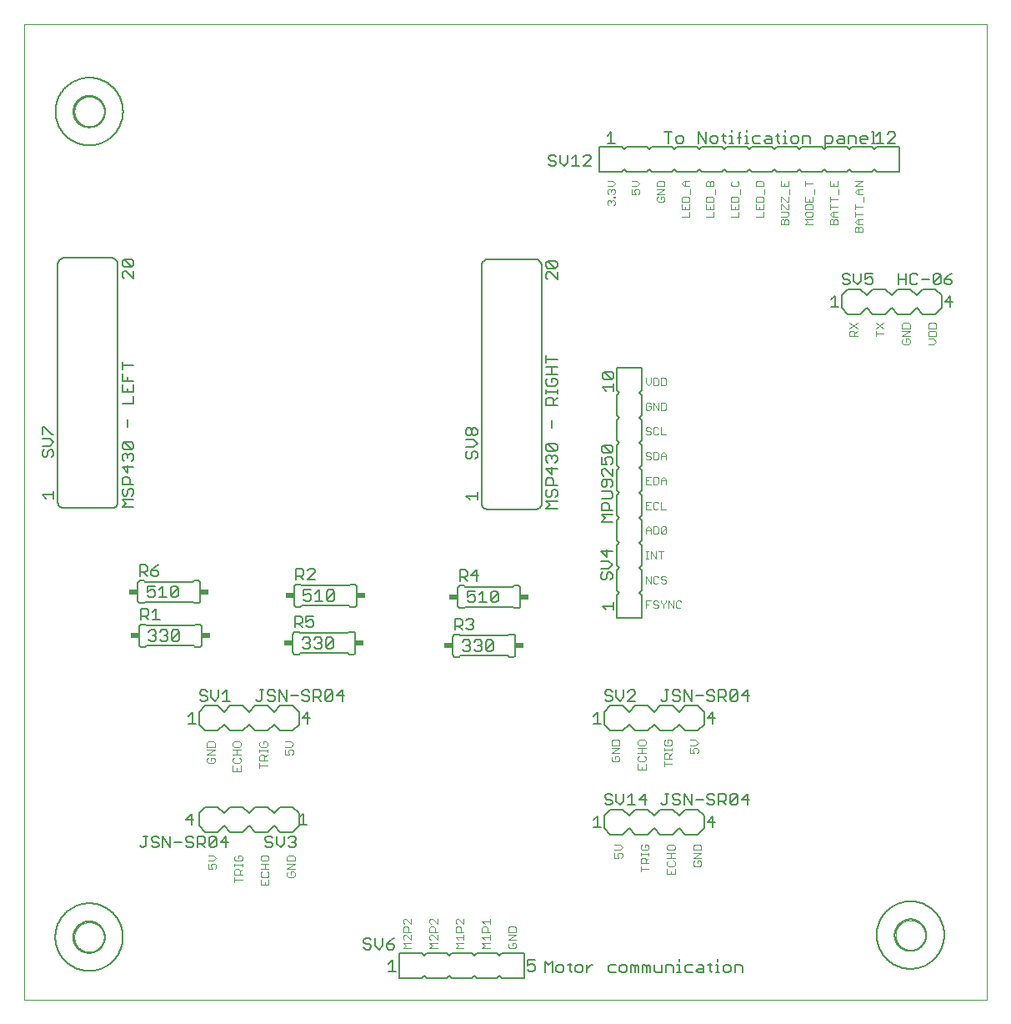
<source format=gto>
G75*
%MOIN*%
%OFA0B0*%
%FSLAX25Y25*%
%IPPOS*%
%LPD*%
%AMOC8*
5,1,8,0,0,1.08239X$1,22.5*
%
%ADD10C,0.00300*%
%ADD11C,0.00000*%
%ADD12C,0.00600*%
%ADD13C,0.00500*%
%ADD14R,0.03400X0.02400*%
%ADD15C,0.00800*%
D10*
X0075447Y0054005D02*
X0077049Y0054005D01*
X0076515Y0055072D01*
X0076515Y0055606D01*
X0077049Y0056140D01*
X0078116Y0056140D01*
X0078650Y0055606D01*
X0078650Y0054538D01*
X0078116Y0054005D01*
X0075447Y0054005D02*
X0075447Y0056140D01*
X0075447Y0057227D02*
X0077582Y0057227D01*
X0078650Y0058295D01*
X0077582Y0059362D01*
X0075447Y0059362D01*
X0085947Y0058829D02*
X0085947Y0057761D01*
X0086481Y0057227D01*
X0088616Y0057227D01*
X0089150Y0057761D01*
X0089150Y0058829D01*
X0088616Y0059362D01*
X0087549Y0059362D01*
X0087549Y0058295D01*
X0086481Y0059362D02*
X0085947Y0058829D01*
X0085947Y0056146D02*
X0085947Y0055079D01*
X0085947Y0055613D02*
X0089150Y0055613D01*
X0089150Y0056146D02*
X0089150Y0055079D01*
X0089150Y0053991D02*
X0088082Y0052924D01*
X0088082Y0053457D02*
X0088082Y0051856D01*
X0089150Y0051856D02*
X0085947Y0051856D01*
X0085947Y0053457D01*
X0086481Y0053991D01*
X0087549Y0053991D01*
X0088082Y0053457D01*
X0085947Y0050768D02*
X0085947Y0048633D01*
X0085947Y0049701D02*
X0089150Y0049701D01*
X0096447Y0049694D02*
X0096447Y0047559D01*
X0099650Y0047559D01*
X0099650Y0049694D01*
X0099116Y0050782D02*
X0099650Y0051316D01*
X0099650Y0052383D01*
X0099116Y0052917D01*
X0099650Y0054004D02*
X0096447Y0054004D01*
X0096981Y0052917D02*
X0096447Y0052383D01*
X0096447Y0051316D01*
X0096981Y0050782D01*
X0099116Y0050782D01*
X0098049Y0048627D02*
X0098049Y0047559D01*
X0098049Y0054004D02*
X0098049Y0056140D01*
X0099116Y0057227D02*
X0099650Y0057761D01*
X0099650Y0058829D01*
X0099116Y0059362D01*
X0096981Y0059362D01*
X0096447Y0058829D01*
X0096447Y0057761D01*
X0096981Y0057227D01*
X0099116Y0057227D01*
X0099650Y0056140D02*
X0096447Y0056140D01*
X0106947Y0056140D02*
X0110150Y0056140D01*
X0106947Y0054004D01*
X0110150Y0054004D01*
X0109616Y0052917D02*
X0108549Y0052917D01*
X0108549Y0051849D01*
X0109616Y0050782D02*
X0107481Y0050782D01*
X0106947Y0051316D01*
X0106947Y0052383D01*
X0107481Y0052917D01*
X0109616Y0052917D02*
X0110150Y0052383D01*
X0110150Y0051316D01*
X0109616Y0050782D01*
X0110150Y0057227D02*
X0106947Y0057227D01*
X0106947Y0058829D01*
X0107481Y0059362D01*
X0109616Y0059362D01*
X0110150Y0058829D01*
X0110150Y0057227D01*
X0095822Y0094258D02*
X0095822Y0096393D01*
X0095822Y0095326D02*
X0099025Y0095326D01*
X0099025Y0097481D02*
X0095822Y0097481D01*
X0095822Y0099082D01*
X0096356Y0099616D01*
X0097424Y0099616D01*
X0097957Y0099082D01*
X0097957Y0097481D01*
X0097957Y0098549D02*
X0099025Y0099616D01*
X0099025Y0100704D02*
X0099025Y0101771D01*
X0099025Y0101238D02*
X0095822Y0101238D01*
X0095822Y0101771D02*
X0095822Y0100704D01*
X0096356Y0102852D02*
X0098491Y0102852D01*
X0099025Y0103386D01*
X0099025Y0104454D01*
X0098491Y0104987D01*
X0097424Y0104987D01*
X0097424Y0103920D01*
X0096356Y0104987D02*
X0095822Y0104454D01*
X0095822Y0103386D01*
X0096356Y0102852D01*
X0088525Y0103386D02*
X0088525Y0104454D01*
X0087991Y0104987D01*
X0085856Y0104987D01*
X0085322Y0104454D01*
X0085322Y0103386D01*
X0085856Y0102852D01*
X0087991Y0102852D01*
X0088525Y0103386D01*
X0088525Y0101765D02*
X0085322Y0101765D01*
X0086924Y0101765D02*
X0086924Y0099629D01*
X0087991Y0098542D02*
X0088525Y0098008D01*
X0088525Y0096941D01*
X0087991Y0096407D01*
X0085856Y0096407D01*
X0085322Y0096941D01*
X0085322Y0098008D01*
X0085856Y0098542D01*
X0085322Y0099629D02*
X0088525Y0099629D01*
X0088525Y0095319D02*
X0088525Y0093184D01*
X0085322Y0093184D01*
X0085322Y0095319D01*
X0086924Y0094252D02*
X0086924Y0093184D01*
X0078025Y0096941D02*
X0078025Y0098008D01*
X0077491Y0098542D01*
X0076424Y0098542D01*
X0076424Y0097474D01*
X0077491Y0096407D02*
X0078025Y0096941D01*
X0077491Y0096407D02*
X0075356Y0096407D01*
X0074822Y0096941D01*
X0074822Y0098008D01*
X0075356Y0098542D01*
X0074822Y0099629D02*
X0078025Y0101765D01*
X0074822Y0101765D01*
X0074822Y0102852D02*
X0074822Y0104454D01*
X0075356Y0104987D01*
X0077491Y0104987D01*
X0078025Y0104454D01*
X0078025Y0102852D01*
X0074822Y0102852D01*
X0074822Y0099629D02*
X0078025Y0099629D01*
X0106322Y0099630D02*
X0107924Y0099630D01*
X0107390Y0100697D01*
X0107390Y0101231D01*
X0107924Y0101765D01*
X0108991Y0101765D01*
X0109525Y0101231D01*
X0109525Y0100163D01*
X0108991Y0099630D01*
X0106322Y0099630D02*
X0106322Y0101765D01*
X0106322Y0102852D02*
X0108457Y0102852D01*
X0109525Y0103920D01*
X0108457Y0104987D01*
X0106322Y0104987D01*
X0153981Y0034153D02*
X0153447Y0033620D01*
X0153447Y0032552D01*
X0153981Y0032018D01*
X0153981Y0030931D02*
X0155049Y0030931D01*
X0155582Y0030397D01*
X0155582Y0028795D01*
X0156650Y0028795D02*
X0153447Y0028795D01*
X0153447Y0030397D01*
X0153981Y0030931D01*
X0156650Y0032018D02*
X0154515Y0034153D01*
X0153981Y0034153D01*
X0156650Y0034153D02*
X0156650Y0032018D01*
X0156650Y0027708D02*
X0156650Y0025573D01*
X0154515Y0027708D01*
X0153981Y0027708D01*
X0153447Y0027174D01*
X0153447Y0026107D01*
X0153981Y0025573D01*
X0153447Y0024485D02*
X0156650Y0024485D01*
X0156650Y0022350D02*
X0153447Y0022350D01*
X0154515Y0023418D01*
X0153447Y0024485D01*
X0163947Y0024485D02*
X0165015Y0023418D01*
X0163947Y0022350D01*
X0167150Y0022350D01*
X0167150Y0024485D02*
X0163947Y0024485D01*
X0164481Y0025573D02*
X0163947Y0026107D01*
X0163947Y0027174D01*
X0164481Y0027708D01*
X0165015Y0027708D01*
X0167150Y0025573D01*
X0167150Y0027708D01*
X0167150Y0028795D02*
X0163947Y0028795D01*
X0163947Y0030397D01*
X0164481Y0030931D01*
X0165549Y0030931D01*
X0166082Y0030397D01*
X0166082Y0028795D01*
X0167150Y0032018D02*
X0165015Y0034153D01*
X0164481Y0034153D01*
X0163947Y0033620D01*
X0163947Y0032552D01*
X0164481Y0032018D01*
X0167150Y0032018D02*
X0167150Y0034153D01*
X0174447Y0033620D02*
X0174447Y0032552D01*
X0174981Y0032018D01*
X0174981Y0030931D02*
X0174447Y0030397D01*
X0174447Y0028795D01*
X0177650Y0028795D01*
X0176582Y0028795D02*
X0176582Y0030397D01*
X0176049Y0030931D01*
X0174981Y0030931D01*
X0174447Y0033620D02*
X0174981Y0034153D01*
X0175515Y0034153D01*
X0177650Y0032018D01*
X0177650Y0034153D01*
X0177650Y0027708D02*
X0177650Y0025573D01*
X0177650Y0026640D02*
X0174447Y0026640D01*
X0175515Y0025573D01*
X0174447Y0024485D02*
X0177650Y0024485D01*
X0177650Y0022350D02*
X0174447Y0022350D01*
X0175515Y0023418D01*
X0174447Y0024485D01*
X0184947Y0024485D02*
X0186015Y0023418D01*
X0184947Y0022350D01*
X0188150Y0022350D01*
X0188150Y0024485D02*
X0184947Y0024485D01*
X0186015Y0025573D02*
X0184947Y0026640D01*
X0188150Y0026640D01*
X0188150Y0025573D02*
X0188150Y0027708D01*
X0188150Y0028795D02*
X0184947Y0028795D01*
X0184947Y0030397D01*
X0185481Y0030931D01*
X0186549Y0030931D01*
X0187082Y0030397D01*
X0187082Y0028795D01*
X0186015Y0032018D02*
X0184947Y0033086D01*
X0188150Y0033086D01*
X0188150Y0034153D02*
X0188150Y0032018D01*
X0195447Y0030397D02*
X0195447Y0028795D01*
X0198650Y0028795D01*
X0198650Y0030397D01*
X0198116Y0030931D01*
X0195981Y0030931D01*
X0195447Y0030397D01*
X0195447Y0027708D02*
X0198650Y0027708D01*
X0195447Y0025573D01*
X0198650Y0025573D01*
X0198116Y0024485D02*
X0198650Y0023951D01*
X0198650Y0022884D01*
X0198116Y0022350D01*
X0195981Y0022350D01*
X0195447Y0022884D01*
X0195447Y0023951D01*
X0195981Y0024485D01*
X0197049Y0024485D02*
X0197049Y0023418D01*
X0197049Y0024485D02*
X0198116Y0024485D01*
X0237947Y0058380D02*
X0239549Y0058380D01*
X0239015Y0059447D01*
X0239015Y0059981D01*
X0239549Y0060515D01*
X0240616Y0060515D01*
X0241150Y0059981D01*
X0241150Y0058913D01*
X0240616Y0058380D01*
X0237947Y0058380D02*
X0237947Y0060515D01*
X0237947Y0061602D02*
X0240082Y0061602D01*
X0241150Y0062670D01*
X0240082Y0063737D01*
X0237947Y0063737D01*
X0248447Y0063204D02*
X0248447Y0062136D01*
X0248981Y0061602D01*
X0251116Y0061602D01*
X0251650Y0062136D01*
X0251650Y0063204D01*
X0251116Y0063737D01*
X0250049Y0063737D01*
X0250049Y0062670D01*
X0248981Y0063737D02*
X0248447Y0063204D01*
X0248447Y0060521D02*
X0248447Y0059454D01*
X0248447Y0059988D02*
X0251650Y0059988D01*
X0251650Y0060521D02*
X0251650Y0059454D01*
X0251650Y0058366D02*
X0250582Y0057299D01*
X0250582Y0057832D02*
X0250582Y0056231D01*
X0251650Y0056231D02*
X0248447Y0056231D01*
X0248447Y0057832D01*
X0248981Y0058366D01*
X0250049Y0058366D01*
X0250582Y0057832D01*
X0248447Y0055143D02*
X0248447Y0053008D01*
X0248447Y0054076D02*
X0251650Y0054076D01*
X0258947Y0054069D02*
X0258947Y0051934D01*
X0262150Y0051934D01*
X0262150Y0054069D01*
X0261616Y0055157D02*
X0259481Y0055157D01*
X0258947Y0055691D01*
X0258947Y0056758D01*
X0259481Y0057292D01*
X0258947Y0058379D02*
X0262150Y0058379D01*
X0261616Y0057292D02*
X0262150Y0056758D01*
X0262150Y0055691D01*
X0261616Y0055157D01*
X0260549Y0053002D02*
X0260549Y0051934D01*
X0260549Y0058379D02*
X0260549Y0060515D01*
X0261616Y0061602D02*
X0262150Y0062136D01*
X0262150Y0063204D01*
X0261616Y0063737D01*
X0259481Y0063737D01*
X0258947Y0063204D01*
X0258947Y0062136D01*
X0259481Y0061602D01*
X0261616Y0061602D01*
X0262150Y0060515D02*
X0258947Y0060515D01*
X0269447Y0060515D02*
X0272650Y0060515D01*
X0269447Y0058379D01*
X0272650Y0058379D01*
X0272116Y0057292D02*
X0271049Y0057292D01*
X0271049Y0056224D01*
X0272116Y0055157D02*
X0269981Y0055157D01*
X0269447Y0055691D01*
X0269447Y0056758D01*
X0269981Y0057292D01*
X0272116Y0057292D02*
X0272650Y0056758D01*
X0272650Y0055691D01*
X0272116Y0055157D01*
X0272650Y0061602D02*
X0269447Y0061602D01*
X0269447Y0063204D01*
X0269981Y0063737D01*
X0272116Y0063737D01*
X0272650Y0063204D01*
X0272650Y0061602D01*
X0250400Y0093809D02*
X0247197Y0093809D01*
X0247197Y0095944D01*
X0247731Y0097032D02*
X0249866Y0097032D01*
X0250400Y0097566D01*
X0250400Y0098633D01*
X0249866Y0099167D01*
X0250400Y0100254D02*
X0247197Y0100254D01*
X0247731Y0099167D02*
X0247197Y0098633D01*
X0247197Y0097566D01*
X0247731Y0097032D01*
X0248799Y0094877D02*
X0248799Y0093809D01*
X0250400Y0093809D02*
X0250400Y0095944D01*
X0248799Y0100254D02*
X0248799Y0102390D01*
X0249866Y0103477D02*
X0250400Y0104011D01*
X0250400Y0105079D01*
X0249866Y0105612D01*
X0247731Y0105612D01*
X0247197Y0105079D01*
X0247197Y0104011D01*
X0247731Y0103477D01*
X0249866Y0103477D01*
X0250400Y0102390D02*
X0247197Y0102390D01*
X0239900Y0102390D02*
X0236697Y0102390D01*
X0236697Y0103477D02*
X0236697Y0105079D01*
X0237231Y0105612D01*
X0239366Y0105612D01*
X0239900Y0105079D01*
X0239900Y0103477D01*
X0236697Y0103477D01*
X0236697Y0100254D02*
X0239900Y0102390D01*
X0239900Y0100254D02*
X0236697Y0100254D01*
X0237231Y0099167D02*
X0236697Y0098633D01*
X0236697Y0097566D01*
X0237231Y0097032D01*
X0239366Y0097032D01*
X0239900Y0097566D01*
X0239900Y0098633D01*
X0239366Y0099167D01*
X0238299Y0099167D01*
X0238299Y0098099D01*
X0257697Y0098106D02*
X0257697Y0099707D01*
X0258231Y0100241D01*
X0259299Y0100241D01*
X0259832Y0099707D01*
X0259832Y0098106D01*
X0259832Y0099174D02*
X0260900Y0100241D01*
X0260900Y0101329D02*
X0260900Y0102396D01*
X0260900Y0101863D02*
X0257697Y0101863D01*
X0257697Y0102396D02*
X0257697Y0101329D01*
X0258231Y0103477D02*
X0260366Y0103477D01*
X0260900Y0104011D01*
X0260900Y0105079D01*
X0260366Y0105612D01*
X0259299Y0105612D01*
X0259299Y0104545D01*
X0258231Y0105612D02*
X0257697Y0105079D01*
X0257697Y0104011D01*
X0258231Y0103477D01*
X0257697Y0098106D02*
X0260900Y0098106D01*
X0260900Y0095951D02*
X0257697Y0095951D01*
X0257697Y0097018D02*
X0257697Y0094883D01*
X0268197Y0100255D02*
X0269799Y0100255D01*
X0269265Y0101322D01*
X0269265Y0101856D01*
X0269799Y0102390D01*
X0270866Y0102390D01*
X0271400Y0101856D01*
X0271400Y0100788D01*
X0270866Y0100255D01*
X0268197Y0100255D02*
X0268197Y0102390D01*
X0268197Y0103477D02*
X0270332Y0103477D01*
X0271400Y0104545D01*
X0270332Y0105612D01*
X0268197Y0105612D01*
X0264106Y0158250D02*
X0264606Y0158750D01*
X0264106Y0158250D02*
X0263105Y0158250D01*
X0262604Y0158750D01*
X0262604Y0160752D01*
X0263105Y0161253D01*
X0264106Y0161253D01*
X0264606Y0160752D01*
X0261567Y0161253D02*
X0261567Y0158250D01*
X0259566Y0161253D01*
X0259566Y0158250D01*
X0257528Y0158250D02*
X0257528Y0159751D01*
X0258529Y0160752D01*
X0258529Y0161253D01*
X0257528Y0159751D02*
X0256527Y0160752D01*
X0256527Y0161253D01*
X0255490Y0160752D02*
X0254990Y0161253D01*
X0253989Y0161253D01*
X0253489Y0160752D01*
X0253489Y0160252D01*
X0253989Y0159751D01*
X0254990Y0159751D01*
X0255490Y0159251D01*
X0255490Y0158750D01*
X0254990Y0158250D01*
X0253989Y0158250D01*
X0253489Y0158750D01*
X0251451Y0159751D02*
X0250450Y0159751D01*
X0250450Y0158250D02*
X0250450Y0161253D01*
X0252452Y0161253D01*
X0252452Y0168150D02*
X0252452Y0171153D01*
X0253489Y0170652D02*
X0253489Y0168650D01*
X0253989Y0168150D01*
X0254990Y0168150D01*
X0255490Y0168650D01*
X0256527Y0168650D02*
X0257028Y0168150D01*
X0258028Y0168150D01*
X0258529Y0168650D01*
X0258529Y0169151D01*
X0258028Y0169651D01*
X0257028Y0169651D01*
X0256527Y0170152D01*
X0256527Y0170652D01*
X0257028Y0171153D01*
X0258028Y0171153D01*
X0258529Y0170652D01*
X0255490Y0170652D02*
X0254990Y0171153D01*
X0253989Y0171153D01*
X0253489Y0170652D01*
X0252452Y0168150D02*
X0250450Y0171153D01*
X0250450Y0168150D01*
X0250450Y0178050D02*
X0251451Y0178050D01*
X0250950Y0178050D02*
X0250950Y0181053D01*
X0250450Y0181053D02*
X0251451Y0181053D01*
X0252476Y0181053D02*
X0254477Y0178050D01*
X0254477Y0181053D01*
X0255514Y0181053D02*
X0257516Y0181053D01*
X0256515Y0181053D02*
X0256515Y0178050D01*
X0252476Y0178050D02*
X0252476Y0181053D01*
X0252452Y0187950D02*
X0252452Y0189952D01*
X0251451Y0190953D01*
X0250450Y0189952D01*
X0250450Y0187950D01*
X0250450Y0189451D02*
X0252452Y0189451D01*
X0253489Y0187950D02*
X0254990Y0187950D01*
X0255490Y0188450D01*
X0255490Y0190452D01*
X0254990Y0190953D01*
X0253489Y0190953D01*
X0253489Y0187950D01*
X0256527Y0188450D02*
X0258529Y0190452D01*
X0258529Y0188450D01*
X0258028Y0187950D01*
X0257028Y0187950D01*
X0256527Y0188450D01*
X0256527Y0190452D01*
X0257028Y0190953D01*
X0258028Y0190953D01*
X0258529Y0190452D01*
X0258529Y0197850D02*
X0256527Y0197850D01*
X0256527Y0200853D01*
X0255490Y0200352D02*
X0254990Y0200853D01*
X0253989Y0200853D01*
X0253489Y0200352D01*
X0253489Y0198350D01*
X0253989Y0197850D01*
X0254990Y0197850D01*
X0255490Y0198350D01*
X0252452Y0197850D02*
X0250450Y0197850D01*
X0250450Y0200853D01*
X0252452Y0200853D01*
X0251451Y0199351D02*
X0250450Y0199351D01*
X0250450Y0207750D02*
X0252452Y0207750D01*
X0253489Y0207750D02*
X0253489Y0210753D01*
X0254990Y0210753D01*
X0255490Y0210252D01*
X0255490Y0208250D01*
X0254990Y0207750D01*
X0253489Y0207750D01*
X0251451Y0209251D02*
X0250450Y0209251D01*
X0250450Y0207750D02*
X0250450Y0210753D01*
X0252452Y0210753D01*
X0256527Y0209752D02*
X0256527Y0207750D01*
X0256527Y0209251D02*
X0258529Y0209251D01*
X0258529Y0209752D02*
X0258529Y0207750D01*
X0258529Y0209752D02*
X0257528Y0210753D01*
X0256527Y0209752D01*
X0256527Y0217650D02*
X0256527Y0219652D01*
X0257528Y0220653D01*
X0258529Y0219652D01*
X0258529Y0217650D01*
X0258529Y0219151D02*
X0256527Y0219151D01*
X0255490Y0218150D02*
X0255490Y0220152D01*
X0254990Y0220653D01*
X0253489Y0220653D01*
X0253489Y0217650D01*
X0254990Y0217650D01*
X0255490Y0218150D01*
X0252452Y0218150D02*
X0251951Y0217650D01*
X0250950Y0217650D01*
X0250450Y0218150D01*
X0250950Y0219151D02*
X0251951Y0219151D01*
X0252452Y0218651D01*
X0252452Y0218150D01*
X0250950Y0219151D02*
X0250450Y0219652D01*
X0250450Y0220152D01*
X0250950Y0220653D01*
X0251951Y0220653D01*
X0252452Y0220152D01*
X0251951Y0227550D02*
X0250950Y0227550D01*
X0250450Y0228050D01*
X0250950Y0229051D02*
X0251951Y0229051D01*
X0252452Y0228551D01*
X0252452Y0228050D01*
X0251951Y0227550D01*
X0253489Y0228050D02*
X0253489Y0230052D01*
X0253989Y0230553D01*
X0254990Y0230553D01*
X0255490Y0230052D01*
X0256527Y0230553D02*
X0256527Y0227550D01*
X0258529Y0227550D01*
X0255490Y0228050D02*
X0254990Y0227550D01*
X0253989Y0227550D01*
X0253489Y0228050D01*
X0252452Y0230052D02*
X0251951Y0230553D01*
X0250950Y0230553D01*
X0250450Y0230052D01*
X0250450Y0229552D01*
X0250950Y0229051D01*
X0250950Y0237450D02*
X0251951Y0237450D01*
X0252452Y0237950D01*
X0252452Y0238951D01*
X0251451Y0238951D01*
X0250450Y0237950D02*
X0250950Y0237450D01*
X0250450Y0237950D02*
X0250450Y0239952D01*
X0250950Y0240453D01*
X0251951Y0240453D01*
X0252452Y0239952D01*
X0253489Y0240453D02*
X0255490Y0237450D01*
X0255490Y0240453D01*
X0256527Y0240453D02*
X0256527Y0237450D01*
X0258028Y0237450D01*
X0258529Y0237950D01*
X0258529Y0239952D01*
X0258028Y0240453D01*
X0256527Y0240453D01*
X0253489Y0240453D02*
X0253489Y0237450D01*
X0253489Y0247350D02*
X0254990Y0247350D01*
X0255490Y0247850D01*
X0255490Y0249852D01*
X0254990Y0250353D01*
X0253489Y0250353D01*
X0253489Y0247350D01*
X0252452Y0248351D02*
X0252452Y0250353D01*
X0250450Y0250353D02*
X0250450Y0248351D01*
X0251451Y0247350D01*
X0252452Y0248351D01*
X0256527Y0247350D02*
X0258028Y0247350D01*
X0258529Y0247850D01*
X0258529Y0249852D01*
X0258028Y0250353D01*
X0256527Y0250353D01*
X0256527Y0247350D01*
X0264747Y0314757D02*
X0267750Y0314757D01*
X0267750Y0316759D01*
X0267750Y0317796D02*
X0267750Y0319797D01*
X0267750Y0320834D02*
X0267750Y0322335D01*
X0267250Y0322836D01*
X0265248Y0322836D01*
X0264747Y0322335D01*
X0264747Y0320834D01*
X0267750Y0320834D01*
X0266249Y0318796D02*
X0266249Y0317796D01*
X0267750Y0317796D02*
X0264747Y0317796D01*
X0264747Y0319797D01*
X0268250Y0323873D02*
X0268250Y0325875D01*
X0267750Y0326911D02*
X0265748Y0326911D01*
X0264747Y0327912D01*
X0265748Y0328913D01*
X0267750Y0328913D01*
X0266249Y0328913D02*
X0266249Y0326911D01*
X0274647Y0326911D02*
X0274647Y0328413D01*
X0275148Y0328913D01*
X0275648Y0328913D01*
X0276149Y0328413D01*
X0276149Y0326911D01*
X0277650Y0326911D02*
X0277650Y0328413D01*
X0277150Y0328913D01*
X0276649Y0328913D01*
X0276149Y0328413D01*
X0277650Y0326911D02*
X0274647Y0326911D01*
X0278150Y0325875D02*
X0278150Y0323873D01*
X0277150Y0322836D02*
X0275148Y0322836D01*
X0274647Y0322335D01*
X0274647Y0320834D01*
X0277650Y0320834D01*
X0277650Y0322335D01*
X0277150Y0322836D01*
X0277650Y0319797D02*
X0277650Y0317796D01*
X0274647Y0317796D01*
X0274647Y0319797D01*
X0276149Y0318796D02*
X0276149Y0317796D01*
X0277650Y0316759D02*
X0277650Y0314757D01*
X0274647Y0314757D01*
X0284547Y0314757D02*
X0287550Y0314757D01*
X0287550Y0316759D01*
X0287550Y0317796D02*
X0287550Y0319797D01*
X0287550Y0320834D02*
X0287550Y0322335D01*
X0287050Y0322836D01*
X0285048Y0322836D01*
X0284547Y0322335D01*
X0284547Y0320834D01*
X0287550Y0320834D01*
X0286049Y0318796D02*
X0286049Y0317796D01*
X0287550Y0317796D02*
X0284547Y0317796D01*
X0284547Y0319797D01*
X0288050Y0323873D02*
X0288050Y0325875D01*
X0287050Y0326911D02*
X0287550Y0327412D01*
X0287550Y0328413D01*
X0287050Y0328913D01*
X0287050Y0326911D02*
X0285048Y0326911D01*
X0284547Y0327412D01*
X0284547Y0328413D01*
X0285048Y0328913D01*
X0294447Y0328413D02*
X0294447Y0326911D01*
X0297450Y0326911D01*
X0297450Y0328413D01*
X0296950Y0328913D01*
X0294948Y0328913D01*
X0294447Y0328413D01*
X0297950Y0325875D02*
X0297950Y0323873D01*
X0296950Y0322836D02*
X0294948Y0322836D01*
X0294447Y0322335D01*
X0294447Y0320834D01*
X0297450Y0320834D01*
X0297450Y0322335D01*
X0296950Y0322836D01*
X0297450Y0319797D02*
X0297450Y0317796D01*
X0294447Y0317796D01*
X0294447Y0319797D01*
X0295949Y0318796D02*
X0295949Y0317796D01*
X0297450Y0316759D02*
X0297450Y0314757D01*
X0294447Y0314757D01*
X0304347Y0314757D02*
X0306850Y0314757D01*
X0307350Y0315257D01*
X0307350Y0316258D01*
X0306850Y0316759D01*
X0304347Y0316759D01*
X0304347Y0317796D02*
X0304347Y0319797D01*
X0304848Y0319797D01*
X0306850Y0317796D01*
X0307350Y0317796D01*
X0307350Y0319797D01*
X0307350Y0320834D02*
X0307350Y0322836D01*
X0307850Y0323873D02*
X0307850Y0325875D01*
X0307350Y0326911D02*
X0304347Y0326911D01*
X0304347Y0328913D01*
X0305849Y0327912D02*
X0305849Y0326911D01*
X0307350Y0326911D02*
X0307350Y0328913D01*
X0304848Y0322836D02*
X0306850Y0320834D01*
X0307350Y0320834D01*
X0304347Y0320834D02*
X0304347Y0322836D01*
X0304848Y0322836D01*
X0314247Y0322836D02*
X0314247Y0320834D01*
X0317250Y0320834D01*
X0317250Y0322836D01*
X0317750Y0323873D02*
X0317750Y0325875D01*
X0317250Y0327912D02*
X0314247Y0327912D01*
X0314247Y0326911D02*
X0314247Y0328913D01*
X0315749Y0321835D02*
X0315749Y0320834D01*
X0316750Y0319797D02*
X0314748Y0319797D01*
X0314247Y0319297D01*
X0314247Y0317796D01*
X0317250Y0317796D01*
X0317250Y0319297D01*
X0316750Y0319797D01*
X0316750Y0316759D02*
X0314748Y0316759D01*
X0314247Y0316258D01*
X0314247Y0315257D01*
X0314748Y0314757D01*
X0316750Y0314757D01*
X0317250Y0315257D01*
X0317250Y0316258D01*
X0316750Y0316759D01*
X0317250Y0313720D02*
X0314247Y0313720D01*
X0315248Y0312719D01*
X0314247Y0311718D01*
X0317250Y0311718D01*
X0324147Y0311718D02*
X0324147Y0313220D01*
X0324648Y0313720D01*
X0325148Y0313720D01*
X0325649Y0313220D01*
X0325649Y0311718D01*
X0327150Y0311718D02*
X0324147Y0311718D01*
X0325649Y0313220D02*
X0326149Y0313720D01*
X0326650Y0313720D01*
X0327150Y0313220D01*
X0327150Y0311718D01*
X0327150Y0314757D02*
X0325148Y0314757D01*
X0324147Y0315758D01*
X0325148Y0316759D01*
X0327150Y0316759D01*
X0325649Y0316759D02*
X0325649Y0314757D01*
X0324147Y0317796D02*
X0324147Y0319797D01*
X0324147Y0318796D02*
X0327150Y0318796D01*
X0327150Y0321835D02*
X0324147Y0321835D01*
X0324147Y0320834D02*
X0324147Y0322836D01*
X0327650Y0323873D02*
X0327650Y0325875D01*
X0327150Y0326911D02*
X0324147Y0326911D01*
X0324147Y0328913D01*
X0325649Y0327912D02*
X0325649Y0326911D01*
X0327150Y0326911D02*
X0327150Y0328913D01*
X0334047Y0328913D02*
X0337050Y0328913D01*
X0334047Y0326911D01*
X0337050Y0326911D01*
X0337050Y0325875D02*
X0335048Y0325875D01*
X0334047Y0324874D01*
X0335048Y0323873D01*
X0337050Y0323873D01*
X0337550Y0322836D02*
X0337550Y0320834D01*
X0337050Y0318796D02*
X0334047Y0318796D01*
X0334047Y0317796D02*
X0334047Y0319797D01*
X0334047Y0316759D02*
X0334047Y0314757D01*
X0334047Y0315758D02*
X0337050Y0315758D01*
X0337050Y0313720D02*
X0335048Y0313720D01*
X0334047Y0312719D01*
X0335048Y0311718D01*
X0337050Y0311718D01*
X0336550Y0310682D02*
X0337050Y0310181D01*
X0337050Y0308680D01*
X0334047Y0308680D01*
X0334047Y0310181D01*
X0334548Y0310682D01*
X0335048Y0310682D01*
X0335549Y0310181D01*
X0335549Y0308680D01*
X0335549Y0310181D02*
X0336049Y0310682D01*
X0336550Y0310682D01*
X0335549Y0311718D02*
X0335549Y0313720D01*
X0335549Y0323873D02*
X0335549Y0325875D01*
X0307350Y0313220D02*
X0307350Y0311718D01*
X0304347Y0311718D01*
X0304347Y0313220D01*
X0304848Y0313720D01*
X0305348Y0313720D01*
X0305849Y0313220D01*
X0305849Y0311718D01*
X0305849Y0313220D02*
X0306349Y0313720D01*
X0306850Y0313720D01*
X0307350Y0313220D01*
X0331847Y0272331D02*
X0335050Y0270196D01*
X0335050Y0269108D02*
X0333982Y0268040D01*
X0333982Y0268574D02*
X0333982Y0266973D01*
X0335050Y0266973D02*
X0331847Y0266973D01*
X0331847Y0268574D01*
X0332381Y0269108D01*
X0333449Y0269108D01*
X0333982Y0268574D01*
X0331847Y0270196D02*
X0335050Y0272331D01*
X0342347Y0272331D02*
X0345550Y0270196D01*
X0345550Y0272331D02*
X0342347Y0270196D01*
X0342347Y0269108D02*
X0342347Y0266973D01*
X0342347Y0268040D02*
X0345550Y0268040D01*
X0352847Y0266973D02*
X0356050Y0269108D01*
X0352847Y0269108D01*
X0352847Y0270195D02*
X0352847Y0271797D01*
X0353381Y0272331D01*
X0355516Y0272331D01*
X0356050Y0271797D01*
X0356050Y0270195D01*
X0352847Y0270195D01*
X0352847Y0266973D02*
X0356050Y0266973D01*
X0355516Y0265885D02*
X0354449Y0265885D01*
X0354449Y0264818D01*
X0355516Y0265885D02*
X0356050Y0265351D01*
X0356050Y0264284D01*
X0355516Y0263750D01*
X0353381Y0263750D01*
X0352847Y0264284D01*
X0352847Y0265351D01*
X0353381Y0265885D01*
X0363347Y0265885D02*
X0365482Y0265885D01*
X0366550Y0264818D01*
X0365482Y0263750D01*
X0363347Y0263750D01*
X0363347Y0266973D02*
X0363347Y0268574D01*
X0363881Y0269108D01*
X0366016Y0269108D01*
X0366550Y0268574D01*
X0366550Y0266973D01*
X0363347Y0266973D01*
X0363347Y0270195D02*
X0363347Y0271797D01*
X0363881Y0272331D01*
X0366016Y0272331D01*
X0366550Y0271797D01*
X0366550Y0270195D01*
X0363347Y0270195D01*
X0257850Y0321335D02*
X0257850Y0322335D01*
X0257350Y0322836D01*
X0256349Y0322836D01*
X0256349Y0321835D01*
X0255348Y0320834D02*
X0257350Y0320834D01*
X0257850Y0321335D01*
X0257850Y0323873D02*
X0254847Y0323873D01*
X0257850Y0325875D01*
X0254847Y0325875D01*
X0254847Y0326911D02*
X0254847Y0328413D01*
X0255348Y0328913D01*
X0257350Y0328913D01*
X0257850Y0328413D01*
X0257850Y0326911D01*
X0254847Y0326911D01*
X0255348Y0322836D02*
X0254847Y0322335D01*
X0254847Y0321335D01*
X0255348Y0320834D01*
X0247950Y0324373D02*
X0247450Y0323873D01*
X0247950Y0324373D02*
X0247950Y0325374D01*
X0247450Y0325875D01*
X0246449Y0325875D01*
X0245948Y0325374D01*
X0245948Y0324874D01*
X0246449Y0323873D01*
X0244947Y0323873D01*
X0244947Y0325875D01*
X0244947Y0326911D02*
X0246949Y0326911D01*
X0247950Y0327912D01*
X0246949Y0328913D01*
X0244947Y0328913D01*
X0238050Y0327912D02*
X0237049Y0328913D01*
X0235047Y0328913D01*
X0235047Y0326911D02*
X0237049Y0326911D01*
X0238050Y0327912D01*
X0237550Y0325875D02*
X0238050Y0325374D01*
X0238050Y0324373D01*
X0237550Y0323873D01*
X0237550Y0322854D02*
X0238050Y0322854D01*
X0238050Y0322354D01*
X0237550Y0322354D01*
X0237550Y0322854D01*
X0237550Y0321317D02*
X0238050Y0320816D01*
X0238050Y0319815D01*
X0237550Y0319315D01*
X0236549Y0320316D02*
X0236549Y0320816D01*
X0237049Y0321317D01*
X0237550Y0321317D01*
X0236549Y0320816D02*
X0236048Y0321317D01*
X0235548Y0321317D01*
X0235047Y0320816D01*
X0235047Y0319815D01*
X0235548Y0319315D01*
X0235548Y0323873D02*
X0235047Y0324373D01*
X0235047Y0325374D01*
X0235548Y0325875D01*
X0236048Y0325875D01*
X0236549Y0325374D01*
X0237049Y0325875D01*
X0237550Y0325875D01*
X0236549Y0325374D02*
X0236549Y0324874D01*
D11*
X0386800Y0001800D02*
X0001800Y0001800D01*
X0001800Y0391800D01*
X0386800Y0391800D01*
X0386800Y0001800D01*
X0350369Y0027625D02*
X0350371Y0027778D01*
X0350377Y0027932D01*
X0350387Y0028085D01*
X0350401Y0028237D01*
X0350419Y0028390D01*
X0350441Y0028541D01*
X0350466Y0028692D01*
X0350496Y0028843D01*
X0350530Y0028993D01*
X0350567Y0029141D01*
X0350608Y0029289D01*
X0350653Y0029435D01*
X0350702Y0029581D01*
X0350755Y0029725D01*
X0350811Y0029867D01*
X0350871Y0030008D01*
X0350935Y0030148D01*
X0351002Y0030286D01*
X0351073Y0030422D01*
X0351148Y0030556D01*
X0351225Y0030688D01*
X0351307Y0030818D01*
X0351391Y0030946D01*
X0351479Y0031072D01*
X0351570Y0031195D01*
X0351664Y0031316D01*
X0351762Y0031434D01*
X0351862Y0031550D01*
X0351966Y0031663D01*
X0352072Y0031774D01*
X0352181Y0031882D01*
X0352293Y0031987D01*
X0352407Y0032088D01*
X0352525Y0032187D01*
X0352644Y0032283D01*
X0352766Y0032376D01*
X0352891Y0032465D01*
X0353018Y0032552D01*
X0353147Y0032634D01*
X0353278Y0032714D01*
X0353411Y0032790D01*
X0353546Y0032863D01*
X0353683Y0032932D01*
X0353822Y0032997D01*
X0353962Y0033059D01*
X0354104Y0033117D01*
X0354247Y0033172D01*
X0354392Y0033223D01*
X0354538Y0033270D01*
X0354685Y0033313D01*
X0354833Y0033352D01*
X0354982Y0033388D01*
X0355132Y0033419D01*
X0355283Y0033447D01*
X0355434Y0033471D01*
X0355587Y0033491D01*
X0355739Y0033507D01*
X0355892Y0033519D01*
X0356045Y0033527D01*
X0356198Y0033531D01*
X0356352Y0033531D01*
X0356505Y0033527D01*
X0356658Y0033519D01*
X0356811Y0033507D01*
X0356963Y0033491D01*
X0357116Y0033471D01*
X0357267Y0033447D01*
X0357418Y0033419D01*
X0357568Y0033388D01*
X0357717Y0033352D01*
X0357865Y0033313D01*
X0358012Y0033270D01*
X0358158Y0033223D01*
X0358303Y0033172D01*
X0358446Y0033117D01*
X0358588Y0033059D01*
X0358728Y0032997D01*
X0358867Y0032932D01*
X0359004Y0032863D01*
X0359139Y0032790D01*
X0359272Y0032714D01*
X0359403Y0032634D01*
X0359532Y0032552D01*
X0359659Y0032465D01*
X0359784Y0032376D01*
X0359906Y0032283D01*
X0360025Y0032187D01*
X0360143Y0032088D01*
X0360257Y0031987D01*
X0360369Y0031882D01*
X0360478Y0031774D01*
X0360584Y0031663D01*
X0360688Y0031550D01*
X0360788Y0031434D01*
X0360886Y0031316D01*
X0360980Y0031195D01*
X0361071Y0031072D01*
X0361159Y0030946D01*
X0361243Y0030818D01*
X0361325Y0030688D01*
X0361402Y0030556D01*
X0361477Y0030422D01*
X0361548Y0030286D01*
X0361615Y0030148D01*
X0361679Y0030008D01*
X0361739Y0029867D01*
X0361795Y0029725D01*
X0361848Y0029581D01*
X0361897Y0029435D01*
X0361942Y0029289D01*
X0361983Y0029141D01*
X0362020Y0028993D01*
X0362054Y0028843D01*
X0362084Y0028692D01*
X0362109Y0028541D01*
X0362131Y0028390D01*
X0362149Y0028237D01*
X0362163Y0028085D01*
X0362173Y0027932D01*
X0362179Y0027778D01*
X0362181Y0027625D01*
X0362179Y0027472D01*
X0362173Y0027318D01*
X0362163Y0027165D01*
X0362149Y0027013D01*
X0362131Y0026860D01*
X0362109Y0026709D01*
X0362084Y0026558D01*
X0362054Y0026407D01*
X0362020Y0026257D01*
X0361983Y0026109D01*
X0361942Y0025961D01*
X0361897Y0025815D01*
X0361848Y0025669D01*
X0361795Y0025525D01*
X0361739Y0025383D01*
X0361679Y0025242D01*
X0361615Y0025102D01*
X0361548Y0024964D01*
X0361477Y0024828D01*
X0361402Y0024694D01*
X0361325Y0024562D01*
X0361243Y0024432D01*
X0361159Y0024304D01*
X0361071Y0024178D01*
X0360980Y0024055D01*
X0360886Y0023934D01*
X0360788Y0023816D01*
X0360688Y0023700D01*
X0360584Y0023587D01*
X0360478Y0023476D01*
X0360369Y0023368D01*
X0360257Y0023263D01*
X0360143Y0023162D01*
X0360025Y0023063D01*
X0359906Y0022967D01*
X0359784Y0022874D01*
X0359659Y0022785D01*
X0359532Y0022698D01*
X0359403Y0022616D01*
X0359272Y0022536D01*
X0359139Y0022460D01*
X0359004Y0022387D01*
X0358867Y0022318D01*
X0358728Y0022253D01*
X0358588Y0022191D01*
X0358446Y0022133D01*
X0358303Y0022078D01*
X0358158Y0022027D01*
X0358012Y0021980D01*
X0357865Y0021937D01*
X0357717Y0021898D01*
X0357568Y0021862D01*
X0357418Y0021831D01*
X0357267Y0021803D01*
X0357116Y0021779D01*
X0356963Y0021759D01*
X0356811Y0021743D01*
X0356658Y0021731D01*
X0356505Y0021723D01*
X0356352Y0021719D01*
X0356198Y0021719D01*
X0356045Y0021723D01*
X0355892Y0021731D01*
X0355739Y0021743D01*
X0355587Y0021759D01*
X0355434Y0021779D01*
X0355283Y0021803D01*
X0355132Y0021831D01*
X0354982Y0021862D01*
X0354833Y0021898D01*
X0354685Y0021937D01*
X0354538Y0021980D01*
X0354392Y0022027D01*
X0354247Y0022078D01*
X0354104Y0022133D01*
X0353962Y0022191D01*
X0353822Y0022253D01*
X0353683Y0022318D01*
X0353546Y0022387D01*
X0353411Y0022460D01*
X0353278Y0022536D01*
X0353147Y0022616D01*
X0353018Y0022698D01*
X0352891Y0022785D01*
X0352766Y0022874D01*
X0352644Y0022967D01*
X0352525Y0023063D01*
X0352407Y0023162D01*
X0352293Y0023263D01*
X0352181Y0023368D01*
X0352072Y0023476D01*
X0351966Y0023587D01*
X0351862Y0023700D01*
X0351762Y0023816D01*
X0351664Y0023934D01*
X0351570Y0024055D01*
X0351479Y0024178D01*
X0351391Y0024304D01*
X0351307Y0024432D01*
X0351225Y0024562D01*
X0351148Y0024694D01*
X0351073Y0024828D01*
X0351002Y0024964D01*
X0350935Y0025102D01*
X0350871Y0025242D01*
X0350811Y0025383D01*
X0350755Y0025525D01*
X0350702Y0025669D01*
X0350653Y0025815D01*
X0350608Y0025961D01*
X0350567Y0026109D01*
X0350530Y0026257D01*
X0350496Y0026407D01*
X0350466Y0026558D01*
X0350441Y0026709D01*
X0350419Y0026860D01*
X0350401Y0027013D01*
X0350387Y0027165D01*
X0350377Y0027318D01*
X0350371Y0027472D01*
X0350369Y0027625D01*
X0021894Y0026800D02*
X0021896Y0026953D01*
X0021902Y0027107D01*
X0021912Y0027260D01*
X0021926Y0027412D01*
X0021944Y0027565D01*
X0021966Y0027716D01*
X0021991Y0027867D01*
X0022021Y0028018D01*
X0022055Y0028168D01*
X0022092Y0028316D01*
X0022133Y0028464D01*
X0022178Y0028610D01*
X0022227Y0028756D01*
X0022280Y0028900D01*
X0022336Y0029042D01*
X0022396Y0029183D01*
X0022460Y0029323D01*
X0022527Y0029461D01*
X0022598Y0029597D01*
X0022673Y0029731D01*
X0022750Y0029863D01*
X0022832Y0029993D01*
X0022916Y0030121D01*
X0023004Y0030247D01*
X0023095Y0030370D01*
X0023189Y0030491D01*
X0023287Y0030609D01*
X0023387Y0030725D01*
X0023491Y0030838D01*
X0023597Y0030949D01*
X0023706Y0031057D01*
X0023818Y0031162D01*
X0023932Y0031263D01*
X0024050Y0031362D01*
X0024169Y0031458D01*
X0024291Y0031551D01*
X0024416Y0031640D01*
X0024543Y0031727D01*
X0024672Y0031809D01*
X0024803Y0031889D01*
X0024936Y0031965D01*
X0025071Y0032038D01*
X0025208Y0032107D01*
X0025347Y0032172D01*
X0025487Y0032234D01*
X0025629Y0032292D01*
X0025772Y0032347D01*
X0025917Y0032398D01*
X0026063Y0032445D01*
X0026210Y0032488D01*
X0026358Y0032527D01*
X0026507Y0032563D01*
X0026657Y0032594D01*
X0026808Y0032622D01*
X0026959Y0032646D01*
X0027112Y0032666D01*
X0027264Y0032682D01*
X0027417Y0032694D01*
X0027570Y0032702D01*
X0027723Y0032706D01*
X0027877Y0032706D01*
X0028030Y0032702D01*
X0028183Y0032694D01*
X0028336Y0032682D01*
X0028488Y0032666D01*
X0028641Y0032646D01*
X0028792Y0032622D01*
X0028943Y0032594D01*
X0029093Y0032563D01*
X0029242Y0032527D01*
X0029390Y0032488D01*
X0029537Y0032445D01*
X0029683Y0032398D01*
X0029828Y0032347D01*
X0029971Y0032292D01*
X0030113Y0032234D01*
X0030253Y0032172D01*
X0030392Y0032107D01*
X0030529Y0032038D01*
X0030664Y0031965D01*
X0030797Y0031889D01*
X0030928Y0031809D01*
X0031057Y0031727D01*
X0031184Y0031640D01*
X0031309Y0031551D01*
X0031431Y0031458D01*
X0031550Y0031362D01*
X0031668Y0031263D01*
X0031782Y0031162D01*
X0031894Y0031057D01*
X0032003Y0030949D01*
X0032109Y0030838D01*
X0032213Y0030725D01*
X0032313Y0030609D01*
X0032411Y0030491D01*
X0032505Y0030370D01*
X0032596Y0030247D01*
X0032684Y0030121D01*
X0032768Y0029993D01*
X0032850Y0029863D01*
X0032927Y0029731D01*
X0033002Y0029597D01*
X0033073Y0029461D01*
X0033140Y0029323D01*
X0033204Y0029183D01*
X0033264Y0029042D01*
X0033320Y0028900D01*
X0033373Y0028756D01*
X0033422Y0028610D01*
X0033467Y0028464D01*
X0033508Y0028316D01*
X0033545Y0028168D01*
X0033579Y0028018D01*
X0033609Y0027867D01*
X0033634Y0027716D01*
X0033656Y0027565D01*
X0033674Y0027412D01*
X0033688Y0027260D01*
X0033698Y0027107D01*
X0033704Y0026953D01*
X0033706Y0026800D01*
X0033704Y0026647D01*
X0033698Y0026493D01*
X0033688Y0026340D01*
X0033674Y0026188D01*
X0033656Y0026035D01*
X0033634Y0025884D01*
X0033609Y0025733D01*
X0033579Y0025582D01*
X0033545Y0025432D01*
X0033508Y0025284D01*
X0033467Y0025136D01*
X0033422Y0024990D01*
X0033373Y0024844D01*
X0033320Y0024700D01*
X0033264Y0024558D01*
X0033204Y0024417D01*
X0033140Y0024277D01*
X0033073Y0024139D01*
X0033002Y0024003D01*
X0032927Y0023869D01*
X0032850Y0023737D01*
X0032768Y0023607D01*
X0032684Y0023479D01*
X0032596Y0023353D01*
X0032505Y0023230D01*
X0032411Y0023109D01*
X0032313Y0022991D01*
X0032213Y0022875D01*
X0032109Y0022762D01*
X0032003Y0022651D01*
X0031894Y0022543D01*
X0031782Y0022438D01*
X0031668Y0022337D01*
X0031550Y0022238D01*
X0031431Y0022142D01*
X0031309Y0022049D01*
X0031184Y0021960D01*
X0031057Y0021873D01*
X0030928Y0021791D01*
X0030797Y0021711D01*
X0030664Y0021635D01*
X0030529Y0021562D01*
X0030392Y0021493D01*
X0030253Y0021428D01*
X0030113Y0021366D01*
X0029971Y0021308D01*
X0029828Y0021253D01*
X0029683Y0021202D01*
X0029537Y0021155D01*
X0029390Y0021112D01*
X0029242Y0021073D01*
X0029093Y0021037D01*
X0028943Y0021006D01*
X0028792Y0020978D01*
X0028641Y0020954D01*
X0028488Y0020934D01*
X0028336Y0020918D01*
X0028183Y0020906D01*
X0028030Y0020898D01*
X0027877Y0020894D01*
X0027723Y0020894D01*
X0027570Y0020898D01*
X0027417Y0020906D01*
X0027264Y0020918D01*
X0027112Y0020934D01*
X0026959Y0020954D01*
X0026808Y0020978D01*
X0026657Y0021006D01*
X0026507Y0021037D01*
X0026358Y0021073D01*
X0026210Y0021112D01*
X0026063Y0021155D01*
X0025917Y0021202D01*
X0025772Y0021253D01*
X0025629Y0021308D01*
X0025487Y0021366D01*
X0025347Y0021428D01*
X0025208Y0021493D01*
X0025071Y0021562D01*
X0024936Y0021635D01*
X0024803Y0021711D01*
X0024672Y0021791D01*
X0024543Y0021873D01*
X0024416Y0021960D01*
X0024291Y0022049D01*
X0024169Y0022142D01*
X0024050Y0022238D01*
X0023932Y0022337D01*
X0023818Y0022438D01*
X0023706Y0022543D01*
X0023597Y0022651D01*
X0023491Y0022762D01*
X0023387Y0022875D01*
X0023287Y0022991D01*
X0023189Y0023109D01*
X0023095Y0023230D01*
X0023004Y0023353D01*
X0022916Y0023479D01*
X0022832Y0023607D01*
X0022750Y0023737D01*
X0022673Y0023869D01*
X0022598Y0024003D01*
X0022527Y0024139D01*
X0022460Y0024277D01*
X0022396Y0024417D01*
X0022336Y0024558D01*
X0022280Y0024700D01*
X0022227Y0024844D01*
X0022178Y0024990D01*
X0022133Y0025136D01*
X0022092Y0025284D01*
X0022055Y0025432D01*
X0022021Y0025582D01*
X0021991Y0025733D01*
X0021966Y0025884D01*
X0021944Y0026035D01*
X0021926Y0026188D01*
X0021912Y0026340D01*
X0021902Y0026493D01*
X0021896Y0026647D01*
X0021894Y0026800D01*
X0021944Y0356825D02*
X0021946Y0356978D01*
X0021952Y0357132D01*
X0021962Y0357285D01*
X0021976Y0357437D01*
X0021994Y0357590D01*
X0022016Y0357741D01*
X0022041Y0357892D01*
X0022071Y0358043D01*
X0022105Y0358193D01*
X0022142Y0358341D01*
X0022183Y0358489D01*
X0022228Y0358635D01*
X0022277Y0358781D01*
X0022330Y0358925D01*
X0022386Y0359067D01*
X0022446Y0359208D01*
X0022510Y0359348D01*
X0022577Y0359486D01*
X0022648Y0359622D01*
X0022723Y0359756D01*
X0022800Y0359888D01*
X0022882Y0360018D01*
X0022966Y0360146D01*
X0023054Y0360272D01*
X0023145Y0360395D01*
X0023239Y0360516D01*
X0023337Y0360634D01*
X0023437Y0360750D01*
X0023541Y0360863D01*
X0023647Y0360974D01*
X0023756Y0361082D01*
X0023868Y0361187D01*
X0023982Y0361288D01*
X0024100Y0361387D01*
X0024219Y0361483D01*
X0024341Y0361576D01*
X0024466Y0361665D01*
X0024593Y0361752D01*
X0024722Y0361834D01*
X0024853Y0361914D01*
X0024986Y0361990D01*
X0025121Y0362063D01*
X0025258Y0362132D01*
X0025397Y0362197D01*
X0025537Y0362259D01*
X0025679Y0362317D01*
X0025822Y0362372D01*
X0025967Y0362423D01*
X0026113Y0362470D01*
X0026260Y0362513D01*
X0026408Y0362552D01*
X0026557Y0362588D01*
X0026707Y0362619D01*
X0026858Y0362647D01*
X0027009Y0362671D01*
X0027162Y0362691D01*
X0027314Y0362707D01*
X0027467Y0362719D01*
X0027620Y0362727D01*
X0027773Y0362731D01*
X0027927Y0362731D01*
X0028080Y0362727D01*
X0028233Y0362719D01*
X0028386Y0362707D01*
X0028538Y0362691D01*
X0028691Y0362671D01*
X0028842Y0362647D01*
X0028993Y0362619D01*
X0029143Y0362588D01*
X0029292Y0362552D01*
X0029440Y0362513D01*
X0029587Y0362470D01*
X0029733Y0362423D01*
X0029878Y0362372D01*
X0030021Y0362317D01*
X0030163Y0362259D01*
X0030303Y0362197D01*
X0030442Y0362132D01*
X0030579Y0362063D01*
X0030714Y0361990D01*
X0030847Y0361914D01*
X0030978Y0361834D01*
X0031107Y0361752D01*
X0031234Y0361665D01*
X0031359Y0361576D01*
X0031481Y0361483D01*
X0031600Y0361387D01*
X0031718Y0361288D01*
X0031832Y0361187D01*
X0031944Y0361082D01*
X0032053Y0360974D01*
X0032159Y0360863D01*
X0032263Y0360750D01*
X0032363Y0360634D01*
X0032461Y0360516D01*
X0032555Y0360395D01*
X0032646Y0360272D01*
X0032734Y0360146D01*
X0032818Y0360018D01*
X0032900Y0359888D01*
X0032977Y0359756D01*
X0033052Y0359622D01*
X0033123Y0359486D01*
X0033190Y0359348D01*
X0033254Y0359208D01*
X0033314Y0359067D01*
X0033370Y0358925D01*
X0033423Y0358781D01*
X0033472Y0358635D01*
X0033517Y0358489D01*
X0033558Y0358341D01*
X0033595Y0358193D01*
X0033629Y0358043D01*
X0033659Y0357892D01*
X0033684Y0357741D01*
X0033706Y0357590D01*
X0033724Y0357437D01*
X0033738Y0357285D01*
X0033748Y0357132D01*
X0033754Y0356978D01*
X0033756Y0356825D01*
X0033754Y0356672D01*
X0033748Y0356518D01*
X0033738Y0356365D01*
X0033724Y0356213D01*
X0033706Y0356060D01*
X0033684Y0355909D01*
X0033659Y0355758D01*
X0033629Y0355607D01*
X0033595Y0355457D01*
X0033558Y0355309D01*
X0033517Y0355161D01*
X0033472Y0355015D01*
X0033423Y0354869D01*
X0033370Y0354725D01*
X0033314Y0354583D01*
X0033254Y0354442D01*
X0033190Y0354302D01*
X0033123Y0354164D01*
X0033052Y0354028D01*
X0032977Y0353894D01*
X0032900Y0353762D01*
X0032818Y0353632D01*
X0032734Y0353504D01*
X0032646Y0353378D01*
X0032555Y0353255D01*
X0032461Y0353134D01*
X0032363Y0353016D01*
X0032263Y0352900D01*
X0032159Y0352787D01*
X0032053Y0352676D01*
X0031944Y0352568D01*
X0031832Y0352463D01*
X0031718Y0352362D01*
X0031600Y0352263D01*
X0031481Y0352167D01*
X0031359Y0352074D01*
X0031234Y0351985D01*
X0031107Y0351898D01*
X0030978Y0351816D01*
X0030847Y0351736D01*
X0030714Y0351660D01*
X0030579Y0351587D01*
X0030442Y0351518D01*
X0030303Y0351453D01*
X0030163Y0351391D01*
X0030021Y0351333D01*
X0029878Y0351278D01*
X0029733Y0351227D01*
X0029587Y0351180D01*
X0029440Y0351137D01*
X0029292Y0351098D01*
X0029143Y0351062D01*
X0028993Y0351031D01*
X0028842Y0351003D01*
X0028691Y0350979D01*
X0028538Y0350959D01*
X0028386Y0350943D01*
X0028233Y0350931D01*
X0028080Y0350923D01*
X0027927Y0350919D01*
X0027773Y0350919D01*
X0027620Y0350923D01*
X0027467Y0350931D01*
X0027314Y0350943D01*
X0027162Y0350959D01*
X0027009Y0350979D01*
X0026858Y0351003D01*
X0026707Y0351031D01*
X0026557Y0351062D01*
X0026408Y0351098D01*
X0026260Y0351137D01*
X0026113Y0351180D01*
X0025967Y0351227D01*
X0025822Y0351278D01*
X0025679Y0351333D01*
X0025537Y0351391D01*
X0025397Y0351453D01*
X0025258Y0351518D01*
X0025121Y0351587D01*
X0024986Y0351660D01*
X0024853Y0351736D01*
X0024722Y0351816D01*
X0024593Y0351898D01*
X0024466Y0351985D01*
X0024341Y0352074D01*
X0024219Y0352167D01*
X0024100Y0352263D01*
X0023982Y0352362D01*
X0023868Y0352463D01*
X0023756Y0352568D01*
X0023647Y0352676D01*
X0023541Y0352787D01*
X0023437Y0352900D01*
X0023337Y0353016D01*
X0023239Y0353134D01*
X0023145Y0353255D01*
X0023054Y0353378D01*
X0022966Y0353504D01*
X0022882Y0353632D01*
X0022800Y0353762D01*
X0022723Y0353894D01*
X0022648Y0354028D01*
X0022577Y0354164D01*
X0022510Y0354302D01*
X0022446Y0354442D01*
X0022386Y0354583D01*
X0022330Y0354725D01*
X0022277Y0354869D01*
X0022228Y0355015D01*
X0022183Y0355161D01*
X0022142Y0355309D01*
X0022105Y0355457D01*
X0022071Y0355607D01*
X0022041Y0355758D01*
X0022016Y0355909D01*
X0021994Y0356060D01*
X0021976Y0356213D01*
X0021962Y0356365D01*
X0021952Y0356518D01*
X0021946Y0356672D01*
X0021944Y0356825D01*
D12*
X0014350Y0356825D02*
X0014354Y0357156D01*
X0014366Y0357487D01*
X0014387Y0357818D01*
X0014415Y0358148D01*
X0014452Y0358478D01*
X0014496Y0358806D01*
X0014549Y0359133D01*
X0014609Y0359459D01*
X0014678Y0359783D01*
X0014755Y0360105D01*
X0014839Y0360426D01*
X0014931Y0360744D01*
X0015031Y0361060D01*
X0015139Y0361373D01*
X0015255Y0361684D01*
X0015378Y0361991D01*
X0015508Y0362296D01*
X0015646Y0362597D01*
X0015791Y0362895D01*
X0015944Y0363189D01*
X0016104Y0363479D01*
X0016271Y0363765D01*
X0016444Y0364047D01*
X0016625Y0364325D01*
X0016813Y0364598D01*
X0017007Y0364867D01*
X0017207Y0365131D01*
X0017414Y0365389D01*
X0017628Y0365643D01*
X0017847Y0365891D01*
X0018073Y0366134D01*
X0018304Y0366371D01*
X0018541Y0366602D01*
X0018784Y0366828D01*
X0019032Y0367047D01*
X0019286Y0367261D01*
X0019544Y0367468D01*
X0019808Y0367668D01*
X0020077Y0367862D01*
X0020350Y0368050D01*
X0020628Y0368231D01*
X0020910Y0368404D01*
X0021196Y0368571D01*
X0021486Y0368731D01*
X0021780Y0368884D01*
X0022078Y0369029D01*
X0022379Y0369167D01*
X0022684Y0369297D01*
X0022991Y0369420D01*
X0023302Y0369536D01*
X0023615Y0369644D01*
X0023931Y0369744D01*
X0024249Y0369836D01*
X0024570Y0369920D01*
X0024892Y0369997D01*
X0025216Y0370066D01*
X0025542Y0370126D01*
X0025869Y0370179D01*
X0026197Y0370223D01*
X0026527Y0370260D01*
X0026857Y0370288D01*
X0027188Y0370309D01*
X0027519Y0370321D01*
X0027850Y0370325D01*
X0028181Y0370321D01*
X0028512Y0370309D01*
X0028843Y0370288D01*
X0029173Y0370260D01*
X0029503Y0370223D01*
X0029831Y0370179D01*
X0030158Y0370126D01*
X0030484Y0370066D01*
X0030808Y0369997D01*
X0031130Y0369920D01*
X0031451Y0369836D01*
X0031769Y0369744D01*
X0032085Y0369644D01*
X0032398Y0369536D01*
X0032709Y0369420D01*
X0033016Y0369297D01*
X0033321Y0369167D01*
X0033622Y0369029D01*
X0033920Y0368884D01*
X0034214Y0368731D01*
X0034504Y0368571D01*
X0034790Y0368404D01*
X0035072Y0368231D01*
X0035350Y0368050D01*
X0035623Y0367862D01*
X0035892Y0367668D01*
X0036156Y0367468D01*
X0036414Y0367261D01*
X0036668Y0367047D01*
X0036916Y0366828D01*
X0037159Y0366602D01*
X0037396Y0366371D01*
X0037627Y0366134D01*
X0037853Y0365891D01*
X0038072Y0365643D01*
X0038286Y0365389D01*
X0038493Y0365131D01*
X0038693Y0364867D01*
X0038887Y0364598D01*
X0039075Y0364325D01*
X0039256Y0364047D01*
X0039429Y0363765D01*
X0039596Y0363479D01*
X0039756Y0363189D01*
X0039909Y0362895D01*
X0040054Y0362597D01*
X0040192Y0362296D01*
X0040322Y0361991D01*
X0040445Y0361684D01*
X0040561Y0361373D01*
X0040669Y0361060D01*
X0040769Y0360744D01*
X0040861Y0360426D01*
X0040945Y0360105D01*
X0041022Y0359783D01*
X0041091Y0359459D01*
X0041151Y0359133D01*
X0041204Y0358806D01*
X0041248Y0358478D01*
X0041285Y0358148D01*
X0041313Y0357818D01*
X0041334Y0357487D01*
X0041346Y0357156D01*
X0041350Y0356825D01*
X0041346Y0356494D01*
X0041334Y0356163D01*
X0041313Y0355832D01*
X0041285Y0355502D01*
X0041248Y0355172D01*
X0041204Y0354844D01*
X0041151Y0354517D01*
X0041091Y0354191D01*
X0041022Y0353867D01*
X0040945Y0353545D01*
X0040861Y0353224D01*
X0040769Y0352906D01*
X0040669Y0352590D01*
X0040561Y0352277D01*
X0040445Y0351966D01*
X0040322Y0351659D01*
X0040192Y0351354D01*
X0040054Y0351053D01*
X0039909Y0350755D01*
X0039756Y0350461D01*
X0039596Y0350171D01*
X0039429Y0349885D01*
X0039256Y0349603D01*
X0039075Y0349325D01*
X0038887Y0349052D01*
X0038693Y0348783D01*
X0038493Y0348519D01*
X0038286Y0348261D01*
X0038072Y0348007D01*
X0037853Y0347759D01*
X0037627Y0347516D01*
X0037396Y0347279D01*
X0037159Y0347048D01*
X0036916Y0346822D01*
X0036668Y0346603D01*
X0036414Y0346389D01*
X0036156Y0346182D01*
X0035892Y0345982D01*
X0035623Y0345788D01*
X0035350Y0345600D01*
X0035072Y0345419D01*
X0034790Y0345246D01*
X0034504Y0345079D01*
X0034214Y0344919D01*
X0033920Y0344766D01*
X0033622Y0344621D01*
X0033321Y0344483D01*
X0033016Y0344353D01*
X0032709Y0344230D01*
X0032398Y0344114D01*
X0032085Y0344006D01*
X0031769Y0343906D01*
X0031451Y0343814D01*
X0031130Y0343730D01*
X0030808Y0343653D01*
X0030484Y0343584D01*
X0030158Y0343524D01*
X0029831Y0343471D01*
X0029503Y0343427D01*
X0029173Y0343390D01*
X0028843Y0343362D01*
X0028512Y0343341D01*
X0028181Y0343329D01*
X0027850Y0343325D01*
X0027519Y0343329D01*
X0027188Y0343341D01*
X0026857Y0343362D01*
X0026527Y0343390D01*
X0026197Y0343427D01*
X0025869Y0343471D01*
X0025542Y0343524D01*
X0025216Y0343584D01*
X0024892Y0343653D01*
X0024570Y0343730D01*
X0024249Y0343814D01*
X0023931Y0343906D01*
X0023615Y0344006D01*
X0023302Y0344114D01*
X0022991Y0344230D01*
X0022684Y0344353D01*
X0022379Y0344483D01*
X0022078Y0344621D01*
X0021780Y0344766D01*
X0021486Y0344919D01*
X0021196Y0345079D01*
X0020910Y0345246D01*
X0020628Y0345419D01*
X0020350Y0345600D01*
X0020077Y0345788D01*
X0019808Y0345982D01*
X0019544Y0346182D01*
X0019286Y0346389D01*
X0019032Y0346603D01*
X0018784Y0346822D01*
X0018541Y0347048D01*
X0018304Y0347279D01*
X0018073Y0347516D01*
X0017847Y0347759D01*
X0017628Y0348007D01*
X0017414Y0348261D01*
X0017207Y0348519D01*
X0017007Y0348783D01*
X0016813Y0349052D01*
X0016625Y0349325D01*
X0016444Y0349603D01*
X0016271Y0349885D01*
X0016104Y0350171D01*
X0015944Y0350461D01*
X0015791Y0350755D01*
X0015646Y0351053D01*
X0015508Y0351354D01*
X0015378Y0351659D01*
X0015255Y0351966D01*
X0015139Y0352277D01*
X0015031Y0352590D01*
X0014931Y0352906D01*
X0014839Y0353224D01*
X0014755Y0353545D01*
X0014678Y0353867D01*
X0014609Y0354191D01*
X0014549Y0354517D01*
X0014496Y0354844D01*
X0014452Y0355172D01*
X0014415Y0355502D01*
X0014387Y0355832D01*
X0014366Y0356163D01*
X0014354Y0356494D01*
X0014350Y0356825D01*
X0017800Y0298300D02*
X0036800Y0298300D01*
X0036898Y0298298D01*
X0036996Y0298292D01*
X0037094Y0298283D01*
X0037191Y0298269D01*
X0037288Y0298252D01*
X0037384Y0298231D01*
X0037479Y0298206D01*
X0037573Y0298178D01*
X0037665Y0298145D01*
X0037757Y0298110D01*
X0037847Y0298070D01*
X0037935Y0298028D01*
X0038022Y0297981D01*
X0038106Y0297932D01*
X0038189Y0297879D01*
X0038269Y0297823D01*
X0038348Y0297763D01*
X0038424Y0297701D01*
X0038497Y0297636D01*
X0038568Y0297568D01*
X0038636Y0297497D01*
X0038701Y0297424D01*
X0038763Y0297348D01*
X0038823Y0297269D01*
X0038879Y0297189D01*
X0038932Y0297106D01*
X0038981Y0297022D01*
X0039028Y0296935D01*
X0039070Y0296847D01*
X0039110Y0296757D01*
X0039145Y0296665D01*
X0039178Y0296573D01*
X0039206Y0296479D01*
X0039231Y0296384D01*
X0039252Y0296288D01*
X0039269Y0296191D01*
X0039283Y0296094D01*
X0039292Y0295996D01*
X0039298Y0295898D01*
X0039300Y0295800D01*
X0039300Y0200800D01*
X0039298Y0200702D01*
X0039292Y0200604D01*
X0039283Y0200506D01*
X0039269Y0200409D01*
X0039252Y0200312D01*
X0039231Y0200216D01*
X0039206Y0200121D01*
X0039178Y0200027D01*
X0039145Y0199935D01*
X0039110Y0199843D01*
X0039070Y0199753D01*
X0039028Y0199665D01*
X0038981Y0199578D01*
X0038932Y0199494D01*
X0038879Y0199411D01*
X0038823Y0199331D01*
X0038763Y0199252D01*
X0038701Y0199176D01*
X0038636Y0199103D01*
X0038568Y0199032D01*
X0038497Y0198964D01*
X0038424Y0198899D01*
X0038348Y0198837D01*
X0038269Y0198777D01*
X0038189Y0198721D01*
X0038106Y0198668D01*
X0038022Y0198619D01*
X0037935Y0198572D01*
X0037847Y0198530D01*
X0037757Y0198490D01*
X0037665Y0198455D01*
X0037573Y0198422D01*
X0037479Y0198394D01*
X0037384Y0198369D01*
X0037288Y0198348D01*
X0037191Y0198331D01*
X0037094Y0198317D01*
X0036996Y0198308D01*
X0036898Y0198302D01*
X0036800Y0198300D01*
X0017800Y0198300D01*
X0017702Y0198302D01*
X0017604Y0198308D01*
X0017506Y0198317D01*
X0017409Y0198331D01*
X0017312Y0198348D01*
X0017216Y0198369D01*
X0017121Y0198394D01*
X0017027Y0198422D01*
X0016935Y0198455D01*
X0016843Y0198490D01*
X0016753Y0198530D01*
X0016665Y0198572D01*
X0016578Y0198619D01*
X0016494Y0198668D01*
X0016411Y0198721D01*
X0016331Y0198777D01*
X0016252Y0198837D01*
X0016176Y0198899D01*
X0016103Y0198964D01*
X0016032Y0199032D01*
X0015964Y0199103D01*
X0015899Y0199176D01*
X0015837Y0199252D01*
X0015777Y0199331D01*
X0015721Y0199411D01*
X0015668Y0199494D01*
X0015619Y0199578D01*
X0015572Y0199665D01*
X0015530Y0199753D01*
X0015490Y0199843D01*
X0015455Y0199935D01*
X0015422Y0200027D01*
X0015394Y0200121D01*
X0015369Y0200216D01*
X0015348Y0200312D01*
X0015331Y0200409D01*
X0015317Y0200506D01*
X0015308Y0200604D01*
X0015302Y0200702D01*
X0015300Y0200800D01*
X0015300Y0295800D01*
X0015302Y0295898D01*
X0015308Y0295996D01*
X0015317Y0296094D01*
X0015331Y0296191D01*
X0015348Y0296288D01*
X0015369Y0296384D01*
X0015394Y0296479D01*
X0015422Y0296573D01*
X0015455Y0296665D01*
X0015490Y0296757D01*
X0015530Y0296847D01*
X0015572Y0296935D01*
X0015619Y0297022D01*
X0015668Y0297106D01*
X0015721Y0297189D01*
X0015777Y0297269D01*
X0015837Y0297348D01*
X0015899Y0297424D01*
X0015964Y0297497D01*
X0016032Y0297568D01*
X0016103Y0297636D01*
X0016176Y0297701D01*
X0016252Y0297763D01*
X0016331Y0297823D01*
X0016411Y0297879D01*
X0016494Y0297932D01*
X0016578Y0297981D01*
X0016665Y0298028D01*
X0016753Y0298070D01*
X0016843Y0298110D01*
X0016935Y0298145D01*
X0017027Y0298178D01*
X0017121Y0298206D01*
X0017216Y0298231D01*
X0017312Y0298252D01*
X0017409Y0298269D01*
X0017506Y0298283D01*
X0017604Y0298292D01*
X0017702Y0298298D01*
X0017800Y0298300D01*
X0048300Y0169300D02*
X0049800Y0169300D01*
X0050300Y0168800D01*
X0069300Y0168800D01*
X0069800Y0169300D01*
X0071300Y0169300D01*
X0071360Y0169298D01*
X0071421Y0169293D01*
X0071480Y0169284D01*
X0071539Y0169271D01*
X0071598Y0169255D01*
X0071655Y0169235D01*
X0071710Y0169212D01*
X0071765Y0169185D01*
X0071817Y0169156D01*
X0071868Y0169123D01*
X0071917Y0169087D01*
X0071963Y0169049D01*
X0072007Y0169007D01*
X0072049Y0168963D01*
X0072087Y0168917D01*
X0072123Y0168868D01*
X0072156Y0168817D01*
X0072185Y0168765D01*
X0072212Y0168710D01*
X0072235Y0168655D01*
X0072255Y0168598D01*
X0072271Y0168539D01*
X0072284Y0168480D01*
X0072293Y0168421D01*
X0072298Y0168360D01*
X0072300Y0168300D01*
X0072300Y0161300D01*
X0072298Y0161240D01*
X0072293Y0161179D01*
X0072284Y0161120D01*
X0072271Y0161061D01*
X0072255Y0161002D01*
X0072235Y0160945D01*
X0072212Y0160890D01*
X0072185Y0160835D01*
X0072156Y0160783D01*
X0072123Y0160732D01*
X0072087Y0160683D01*
X0072049Y0160637D01*
X0072007Y0160593D01*
X0071963Y0160551D01*
X0071917Y0160513D01*
X0071868Y0160477D01*
X0071817Y0160444D01*
X0071765Y0160415D01*
X0071710Y0160388D01*
X0071655Y0160365D01*
X0071598Y0160345D01*
X0071539Y0160329D01*
X0071480Y0160316D01*
X0071421Y0160307D01*
X0071360Y0160302D01*
X0071300Y0160300D01*
X0069800Y0160300D01*
X0069300Y0160800D01*
X0050300Y0160800D01*
X0049800Y0160300D01*
X0048300Y0160300D01*
X0048240Y0160302D01*
X0048179Y0160307D01*
X0048120Y0160316D01*
X0048061Y0160329D01*
X0048002Y0160345D01*
X0047945Y0160365D01*
X0047890Y0160388D01*
X0047835Y0160415D01*
X0047783Y0160444D01*
X0047732Y0160477D01*
X0047683Y0160513D01*
X0047637Y0160551D01*
X0047593Y0160593D01*
X0047551Y0160637D01*
X0047513Y0160683D01*
X0047477Y0160732D01*
X0047444Y0160783D01*
X0047415Y0160835D01*
X0047388Y0160890D01*
X0047365Y0160945D01*
X0047345Y0161002D01*
X0047329Y0161061D01*
X0047316Y0161120D01*
X0047307Y0161179D01*
X0047302Y0161240D01*
X0047300Y0161300D01*
X0047300Y0168300D01*
X0047302Y0168360D01*
X0047307Y0168421D01*
X0047316Y0168480D01*
X0047329Y0168539D01*
X0047345Y0168598D01*
X0047365Y0168655D01*
X0047388Y0168710D01*
X0047415Y0168765D01*
X0047444Y0168817D01*
X0047477Y0168868D01*
X0047513Y0168917D01*
X0047551Y0168963D01*
X0047593Y0169007D01*
X0047637Y0169049D01*
X0047683Y0169087D01*
X0047732Y0169123D01*
X0047783Y0169156D01*
X0047835Y0169185D01*
X0047890Y0169212D01*
X0047945Y0169235D01*
X0048002Y0169255D01*
X0048061Y0169271D01*
X0048120Y0169284D01*
X0048179Y0169293D01*
X0048240Y0169298D01*
X0048300Y0169300D01*
X0048800Y0151800D02*
X0050300Y0151800D01*
X0050800Y0151300D01*
X0069800Y0151300D01*
X0070300Y0151800D01*
X0071800Y0151800D01*
X0071860Y0151798D01*
X0071921Y0151793D01*
X0071980Y0151784D01*
X0072039Y0151771D01*
X0072098Y0151755D01*
X0072155Y0151735D01*
X0072210Y0151712D01*
X0072265Y0151685D01*
X0072317Y0151656D01*
X0072368Y0151623D01*
X0072417Y0151587D01*
X0072463Y0151549D01*
X0072507Y0151507D01*
X0072549Y0151463D01*
X0072587Y0151417D01*
X0072623Y0151368D01*
X0072656Y0151317D01*
X0072685Y0151265D01*
X0072712Y0151210D01*
X0072735Y0151155D01*
X0072755Y0151098D01*
X0072771Y0151039D01*
X0072784Y0150980D01*
X0072793Y0150921D01*
X0072798Y0150860D01*
X0072800Y0150800D01*
X0072800Y0143800D01*
X0072798Y0143740D01*
X0072793Y0143679D01*
X0072784Y0143620D01*
X0072771Y0143561D01*
X0072755Y0143502D01*
X0072735Y0143445D01*
X0072712Y0143390D01*
X0072685Y0143335D01*
X0072656Y0143283D01*
X0072623Y0143232D01*
X0072587Y0143183D01*
X0072549Y0143137D01*
X0072507Y0143093D01*
X0072463Y0143051D01*
X0072417Y0143013D01*
X0072368Y0142977D01*
X0072317Y0142944D01*
X0072265Y0142915D01*
X0072210Y0142888D01*
X0072155Y0142865D01*
X0072098Y0142845D01*
X0072039Y0142829D01*
X0071980Y0142816D01*
X0071921Y0142807D01*
X0071860Y0142802D01*
X0071800Y0142800D01*
X0070300Y0142800D01*
X0069800Y0143300D01*
X0050800Y0143300D01*
X0050300Y0142800D01*
X0048800Y0142800D01*
X0048740Y0142802D01*
X0048679Y0142807D01*
X0048620Y0142816D01*
X0048561Y0142829D01*
X0048502Y0142845D01*
X0048445Y0142865D01*
X0048390Y0142888D01*
X0048335Y0142915D01*
X0048283Y0142944D01*
X0048232Y0142977D01*
X0048183Y0143013D01*
X0048137Y0143051D01*
X0048093Y0143093D01*
X0048051Y0143137D01*
X0048013Y0143183D01*
X0047977Y0143232D01*
X0047944Y0143283D01*
X0047915Y0143335D01*
X0047888Y0143390D01*
X0047865Y0143445D01*
X0047845Y0143502D01*
X0047829Y0143561D01*
X0047816Y0143620D01*
X0047807Y0143679D01*
X0047802Y0143740D01*
X0047800Y0143800D01*
X0047800Y0150800D01*
X0047802Y0150860D01*
X0047807Y0150921D01*
X0047816Y0150980D01*
X0047829Y0151039D01*
X0047845Y0151098D01*
X0047865Y0151155D01*
X0047888Y0151210D01*
X0047915Y0151265D01*
X0047944Y0151317D01*
X0047977Y0151368D01*
X0048013Y0151417D01*
X0048051Y0151463D01*
X0048093Y0151507D01*
X0048137Y0151549D01*
X0048183Y0151587D01*
X0048232Y0151623D01*
X0048283Y0151656D01*
X0048335Y0151685D01*
X0048390Y0151712D01*
X0048445Y0151735D01*
X0048502Y0151755D01*
X0048561Y0151771D01*
X0048620Y0151784D01*
X0048679Y0151793D01*
X0048740Y0151798D01*
X0048800Y0151800D01*
X0074300Y0119300D02*
X0071800Y0116800D01*
X0071800Y0111800D01*
X0074300Y0109300D01*
X0079300Y0109300D01*
X0081800Y0111800D01*
X0084300Y0109300D01*
X0089300Y0109300D01*
X0091800Y0111800D01*
X0094300Y0109300D01*
X0099300Y0109300D01*
X0101800Y0111800D01*
X0104300Y0109300D01*
X0109300Y0109300D01*
X0111800Y0111800D01*
X0111800Y0116800D01*
X0109300Y0119300D01*
X0104300Y0119300D01*
X0101800Y0116800D01*
X0099300Y0119300D01*
X0094300Y0119300D01*
X0091800Y0116800D01*
X0089300Y0119300D01*
X0084300Y0119300D01*
X0081800Y0116800D01*
X0079300Y0119300D01*
X0074300Y0119300D01*
X0109300Y0140800D02*
X0109300Y0147800D01*
X0109302Y0147860D01*
X0109307Y0147921D01*
X0109316Y0147980D01*
X0109329Y0148039D01*
X0109345Y0148098D01*
X0109365Y0148155D01*
X0109388Y0148210D01*
X0109415Y0148265D01*
X0109444Y0148317D01*
X0109477Y0148368D01*
X0109513Y0148417D01*
X0109551Y0148463D01*
X0109593Y0148507D01*
X0109637Y0148549D01*
X0109683Y0148587D01*
X0109732Y0148623D01*
X0109783Y0148656D01*
X0109835Y0148685D01*
X0109890Y0148712D01*
X0109945Y0148735D01*
X0110002Y0148755D01*
X0110061Y0148771D01*
X0110120Y0148784D01*
X0110179Y0148793D01*
X0110240Y0148798D01*
X0110300Y0148800D01*
X0111800Y0148800D01*
X0112300Y0148300D01*
X0131300Y0148300D01*
X0131800Y0148800D01*
X0133300Y0148800D01*
X0133360Y0148798D01*
X0133421Y0148793D01*
X0133480Y0148784D01*
X0133539Y0148771D01*
X0133598Y0148755D01*
X0133655Y0148735D01*
X0133710Y0148712D01*
X0133765Y0148685D01*
X0133817Y0148656D01*
X0133868Y0148623D01*
X0133917Y0148587D01*
X0133963Y0148549D01*
X0134007Y0148507D01*
X0134049Y0148463D01*
X0134087Y0148417D01*
X0134123Y0148368D01*
X0134156Y0148317D01*
X0134185Y0148265D01*
X0134212Y0148210D01*
X0134235Y0148155D01*
X0134255Y0148098D01*
X0134271Y0148039D01*
X0134284Y0147980D01*
X0134293Y0147921D01*
X0134298Y0147860D01*
X0134300Y0147800D01*
X0134300Y0140800D01*
X0134298Y0140740D01*
X0134293Y0140679D01*
X0134284Y0140620D01*
X0134271Y0140561D01*
X0134255Y0140502D01*
X0134235Y0140445D01*
X0134212Y0140390D01*
X0134185Y0140335D01*
X0134156Y0140283D01*
X0134123Y0140232D01*
X0134087Y0140183D01*
X0134049Y0140137D01*
X0134007Y0140093D01*
X0133963Y0140051D01*
X0133917Y0140013D01*
X0133868Y0139977D01*
X0133817Y0139944D01*
X0133765Y0139915D01*
X0133710Y0139888D01*
X0133655Y0139865D01*
X0133598Y0139845D01*
X0133539Y0139829D01*
X0133480Y0139816D01*
X0133421Y0139807D01*
X0133360Y0139802D01*
X0133300Y0139800D01*
X0131800Y0139800D01*
X0131300Y0140300D01*
X0112300Y0140300D01*
X0111800Y0139800D01*
X0110300Y0139800D01*
X0110240Y0139802D01*
X0110179Y0139807D01*
X0110120Y0139816D01*
X0110061Y0139829D01*
X0110002Y0139845D01*
X0109945Y0139865D01*
X0109890Y0139888D01*
X0109835Y0139915D01*
X0109783Y0139944D01*
X0109732Y0139977D01*
X0109683Y0140013D01*
X0109637Y0140051D01*
X0109593Y0140093D01*
X0109551Y0140137D01*
X0109513Y0140183D01*
X0109477Y0140232D01*
X0109444Y0140283D01*
X0109415Y0140335D01*
X0109388Y0140390D01*
X0109365Y0140445D01*
X0109345Y0140502D01*
X0109329Y0140561D01*
X0109316Y0140620D01*
X0109307Y0140679D01*
X0109302Y0140740D01*
X0109300Y0140800D01*
X0110800Y0158800D02*
X0112300Y0158800D01*
X0112800Y0159300D01*
X0131800Y0159300D01*
X0132300Y0158800D01*
X0133800Y0158800D01*
X0133860Y0158802D01*
X0133921Y0158807D01*
X0133980Y0158816D01*
X0134039Y0158829D01*
X0134098Y0158845D01*
X0134155Y0158865D01*
X0134210Y0158888D01*
X0134265Y0158915D01*
X0134317Y0158944D01*
X0134368Y0158977D01*
X0134417Y0159013D01*
X0134463Y0159051D01*
X0134507Y0159093D01*
X0134549Y0159137D01*
X0134587Y0159183D01*
X0134623Y0159232D01*
X0134656Y0159283D01*
X0134685Y0159335D01*
X0134712Y0159390D01*
X0134735Y0159445D01*
X0134755Y0159502D01*
X0134771Y0159561D01*
X0134784Y0159620D01*
X0134793Y0159679D01*
X0134798Y0159740D01*
X0134800Y0159800D01*
X0134800Y0166800D01*
X0134798Y0166860D01*
X0134793Y0166921D01*
X0134784Y0166980D01*
X0134771Y0167039D01*
X0134755Y0167098D01*
X0134735Y0167155D01*
X0134712Y0167210D01*
X0134685Y0167265D01*
X0134656Y0167317D01*
X0134623Y0167368D01*
X0134587Y0167417D01*
X0134549Y0167463D01*
X0134507Y0167507D01*
X0134463Y0167549D01*
X0134417Y0167587D01*
X0134368Y0167623D01*
X0134317Y0167656D01*
X0134265Y0167685D01*
X0134210Y0167712D01*
X0134155Y0167735D01*
X0134098Y0167755D01*
X0134039Y0167771D01*
X0133980Y0167784D01*
X0133921Y0167793D01*
X0133860Y0167798D01*
X0133800Y0167800D01*
X0132300Y0167800D01*
X0131800Y0167300D01*
X0112800Y0167300D01*
X0112300Y0167800D01*
X0110800Y0167800D01*
X0110740Y0167798D01*
X0110679Y0167793D01*
X0110620Y0167784D01*
X0110561Y0167771D01*
X0110502Y0167755D01*
X0110445Y0167735D01*
X0110390Y0167712D01*
X0110335Y0167685D01*
X0110283Y0167656D01*
X0110232Y0167623D01*
X0110183Y0167587D01*
X0110137Y0167549D01*
X0110093Y0167507D01*
X0110051Y0167463D01*
X0110013Y0167417D01*
X0109977Y0167368D01*
X0109944Y0167317D01*
X0109915Y0167265D01*
X0109888Y0167210D01*
X0109865Y0167155D01*
X0109845Y0167098D01*
X0109829Y0167039D01*
X0109816Y0166980D01*
X0109807Y0166921D01*
X0109802Y0166860D01*
X0109800Y0166800D01*
X0109800Y0159800D01*
X0109802Y0159740D01*
X0109807Y0159679D01*
X0109816Y0159620D01*
X0109829Y0159561D01*
X0109845Y0159502D01*
X0109865Y0159445D01*
X0109888Y0159390D01*
X0109915Y0159335D01*
X0109944Y0159283D01*
X0109977Y0159232D01*
X0110013Y0159183D01*
X0110051Y0159137D01*
X0110093Y0159093D01*
X0110137Y0159051D01*
X0110183Y0159013D01*
X0110232Y0158977D01*
X0110283Y0158944D01*
X0110335Y0158915D01*
X0110390Y0158888D01*
X0110445Y0158865D01*
X0110502Y0158845D01*
X0110561Y0158829D01*
X0110620Y0158816D01*
X0110679Y0158807D01*
X0110740Y0158802D01*
X0110800Y0158800D01*
X0173300Y0146800D02*
X0173300Y0139800D01*
X0173302Y0139740D01*
X0173307Y0139679D01*
X0173316Y0139620D01*
X0173329Y0139561D01*
X0173345Y0139502D01*
X0173365Y0139445D01*
X0173388Y0139390D01*
X0173415Y0139335D01*
X0173444Y0139283D01*
X0173477Y0139232D01*
X0173513Y0139183D01*
X0173551Y0139137D01*
X0173593Y0139093D01*
X0173637Y0139051D01*
X0173683Y0139013D01*
X0173732Y0138977D01*
X0173783Y0138944D01*
X0173835Y0138915D01*
X0173890Y0138888D01*
X0173945Y0138865D01*
X0174002Y0138845D01*
X0174061Y0138829D01*
X0174120Y0138816D01*
X0174179Y0138807D01*
X0174240Y0138802D01*
X0174300Y0138800D01*
X0175800Y0138800D01*
X0176300Y0139300D01*
X0195300Y0139300D01*
X0195800Y0138800D01*
X0197300Y0138800D01*
X0197360Y0138802D01*
X0197421Y0138807D01*
X0197480Y0138816D01*
X0197539Y0138829D01*
X0197598Y0138845D01*
X0197655Y0138865D01*
X0197710Y0138888D01*
X0197765Y0138915D01*
X0197817Y0138944D01*
X0197868Y0138977D01*
X0197917Y0139013D01*
X0197963Y0139051D01*
X0198007Y0139093D01*
X0198049Y0139137D01*
X0198087Y0139183D01*
X0198123Y0139232D01*
X0198156Y0139283D01*
X0198185Y0139335D01*
X0198212Y0139390D01*
X0198235Y0139445D01*
X0198255Y0139502D01*
X0198271Y0139561D01*
X0198284Y0139620D01*
X0198293Y0139679D01*
X0198298Y0139740D01*
X0198300Y0139800D01*
X0198300Y0146800D01*
X0198298Y0146860D01*
X0198293Y0146921D01*
X0198284Y0146980D01*
X0198271Y0147039D01*
X0198255Y0147098D01*
X0198235Y0147155D01*
X0198212Y0147210D01*
X0198185Y0147265D01*
X0198156Y0147317D01*
X0198123Y0147368D01*
X0198087Y0147417D01*
X0198049Y0147463D01*
X0198007Y0147507D01*
X0197963Y0147549D01*
X0197917Y0147587D01*
X0197868Y0147623D01*
X0197817Y0147656D01*
X0197765Y0147685D01*
X0197710Y0147712D01*
X0197655Y0147735D01*
X0197598Y0147755D01*
X0197539Y0147771D01*
X0197480Y0147784D01*
X0197421Y0147793D01*
X0197360Y0147798D01*
X0197300Y0147800D01*
X0195800Y0147800D01*
X0195300Y0147300D01*
X0176300Y0147300D01*
X0175800Y0147800D01*
X0174300Y0147800D01*
X0174240Y0147798D01*
X0174179Y0147793D01*
X0174120Y0147784D01*
X0174061Y0147771D01*
X0174002Y0147755D01*
X0173945Y0147735D01*
X0173890Y0147712D01*
X0173835Y0147685D01*
X0173783Y0147656D01*
X0173732Y0147623D01*
X0173683Y0147587D01*
X0173637Y0147549D01*
X0173593Y0147507D01*
X0173551Y0147463D01*
X0173513Y0147417D01*
X0173477Y0147368D01*
X0173444Y0147317D01*
X0173415Y0147265D01*
X0173388Y0147210D01*
X0173365Y0147155D01*
X0173345Y0147098D01*
X0173329Y0147039D01*
X0173316Y0146980D01*
X0173307Y0146921D01*
X0173302Y0146860D01*
X0173300Y0146800D01*
X0176300Y0158300D02*
X0177800Y0158300D01*
X0178300Y0158800D01*
X0197300Y0158800D01*
X0197800Y0158300D01*
X0199300Y0158300D01*
X0199360Y0158302D01*
X0199421Y0158307D01*
X0199480Y0158316D01*
X0199539Y0158329D01*
X0199598Y0158345D01*
X0199655Y0158365D01*
X0199710Y0158388D01*
X0199765Y0158415D01*
X0199817Y0158444D01*
X0199868Y0158477D01*
X0199917Y0158513D01*
X0199963Y0158551D01*
X0200007Y0158593D01*
X0200049Y0158637D01*
X0200087Y0158683D01*
X0200123Y0158732D01*
X0200156Y0158783D01*
X0200185Y0158835D01*
X0200212Y0158890D01*
X0200235Y0158945D01*
X0200255Y0159002D01*
X0200271Y0159061D01*
X0200284Y0159120D01*
X0200293Y0159179D01*
X0200298Y0159240D01*
X0200300Y0159300D01*
X0200300Y0166300D01*
X0200298Y0166360D01*
X0200293Y0166421D01*
X0200284Y0166480D01*
X0200271Y0166539D01*
X0200255Y0166598D01*
X0200235Y0166655D01*
X0200212Y0166710D01*
X0200185Y0166765D01*
X0200156Y0166817D01*
X0200123Y0166868D01*
X0200087Y0166917D01*
X0200049Y0166963D01*
X0200007Y0167007D01*
X0199963Y0167049D01*
X0199917Y0167087D01*
X0199868Y0167123D01*
X0199817Y0167156D01*
X0199765Y0167185D01*
X0199710Y0167212D01*
X0199655Y0167235D01*
X0199598Y0167255D01*
X0199539Y0167271D01*
X0199480Y0167284D01*
X0199421Y0167293D01*
X0199360Y0167298D01*
X0199300Y0167300D01*
X0197800Y0167300D01*
X0197300Y0166800D01*
X0178300Y0166800D01*
X0177800Y0167300D01*
X0176300Y0167300D01*
X0176240Y0167298D01*
X0176179Y0167293D01*
X0176120Y0167284D01*
X0176061Y0167271D01*
X0176002Y0167255D01*
X0175945Y0167235D01*
X0175890Y0167212D01*
X0175835Y0167185D01*
X0175783Y0167156D01*
X0175732Y0167123D01*
X0175683Y0167087D01*
X0175637Y0167049D01*
X0175593Y0167007D01*
X0175551Y0166963D01*
X0175513Y0166917D01*
X0175477Y0166868D01*
X0175444Y0166817D01*
X0175415Y0166765D01*
X0175388Y0166710D01*
X0175365Y0166655D01*
X0175345Y0166598D01*
X0175329Y0166539D01*
X0175316Y0166480D01*
X0175307Y0166421D01*
X0175302Y0166360D01*
X0175300Y0166300D01*
X0175300Y0159300D01*
X0175302Y0159240D01*
X0175307Y0159179D01*
X0175316Y0159120D01*
X0175329Y0159061D01*
X0175345Y0159002D01*
X0175365Y0158945D01*
X0175388Y0158890D01*
X0175415Y0158835D01*
X0175444Y0158783D01*
X0175477Y0158732D01*
X0175513Y0158683D01*
X0175551Y0158637D01*
X0175593Y0158593D01*
X0175637Y0158551D01*
X0175683Y0158513D01*
X0175732Y0158477D01*
X0175783Y0158444D01*
X0175835Y0158415D01*
X0175890Y0158388D01*
X0175945Y0158365D01*
X0176002Y0158345D01*
X0176061Y0158329D01*
X0176120Y0158316D01*
X0176179Y0158307D01*
X0176240Y0158302D01*
X0176300Y0158300D01*
X0187300Y0197800D02*
X0206300Y0197800D01*
X0206398Y0197802D01*
X0206496Y0197808D01*
X0206594Y0197817D01*
X0206691Y0197831D01*
X0206788Y0197848D01*
X0206884Y0197869D01*
X0206979Y0197894D01*
X0207073Y0197922D01*
X0207165Y0197955D01*
X0207257Y0197990D01*
X0207347Y0198030D01*
X0207435Y0198072D01*
X0207522Y0198119D01*
X0207606Y0198168D01*
X0207689Y0198221D01*
X0207769Y0198277D01*
X0207848Y0198337D01*
X0207924Y0198399D01*
X0207997Y0198464D01*
X0208068Y0198532D01*
X0208136Y0198603D01*
X0208201Y0198676D01*
X0208263Y0198752D01*
X0208323Y0198831D01*
X0208379Y0198911D01*
X0208432Y0198994D01*
X0208481Y0199078D01*
X0208528Y0199165D01*
X0208570Y0199253D01*
X0208610Y0199343D01*
X0208645Y0199435D01*
X0208678Y0199527D01*
X0208706Y0199621D01*
X0208731Y0199716D01*
X0208752Y0199812D01*
X0208769Y0199909D01*
X0208783Y0200006D01*
X0208792Y0200104D01*
X0208798Y0200202D01*
X0208800Y0200300D01*
X0208800Y0295300D01*
X0208798Y0295398D01*
X0208792Y0295496D01*
X0208783Y0295594D01*
X0208769Y0295691D01*
X0208752Y0295788D01*
X0208731Y0295884D01*
X0208706Y0295979D01*
X0208678Y0296073D01*
X0208645Y0296165D01*
X0208610Y0296257D01*
X0208570Y0296347D01*
X0208528Y0296435D01*
X0208481Y0296522D01*
X0208432Y0296606D01*
X0208379Y0296689D01*
X0208323Y0296769D01*
X0208263Y0296848D01*
X0208201Y0296924D01*
X0208136Y0296997D01*
X0208068Y0297068D01*
X0207997Y0297136D01*
X0207924Y0297201D01*
X0207848Y0297263D01*
X0207769Y0297323D01*
X0207689Y0297379D01*
X0207606Y0297432D01*
X0207522Y0297481D01*
X0207435Y0297528D01*
X0207347Y0297570D01*
X0207257Y0297610D01*
X0207165Y0297645D01*
X0207073Y0297678D01*
X0206979Y0297706D01*
X0206884Y0297731D01*
X0206788Y0297752D01*
X0206691Y0297769D01*
X0206594Y0297783D01*
X0206496Y0297792D01*
X0206398Y0297798D01*
X0206300Y0297800D01*
X0187300Y0297800D01*
X0187202Y0297798D01*
X0187104Y0297792D01*
X0187006Y0297783D01*
X0186909Y0297769D01*
X0186812Y0297752D01*
X0186716Y0297731D01*
X0186621Y0297706D01*
X0186527Y0297678D01*
X0186435Y0297645D01*
X0186343Y0297610D01*
X0186253Y0297570D01*
X0186165Y0297528D01*
X0186078Y0297481D01*
X0185994Y0297432D01*
X0185911Y0297379D01*
X0185831Y0297323D01*
X0185752Y0297263D01*
X0185676Y0297201D01*
X0185603Y0297136D01*
X0185532Y0297068D01*
X0185464Y0296997D01*
X0185399Y0296924D01*
X0185337Y0296848D01*
X0185277Y0296769D01*
X0185221Y0296689D01*
X0185168Y0296606D01*
X0185119Y0296522D01*
X0185072Y0296435D01*
X0185030Y0296347D01*
X0184990Y0296257D01*
X0184955Y0296165D01*
X0184922Y0296073D01*
X0184894Y0295979D01*
X0184869Y0295884D01*
X0184848Y0295788D01*
X0184831Y0295691D01*
X0184817Y0295594D01*
X0184808Y0295496D01*
X0184802Y0295398D01*
X0184800Y0295300D01*
X0184800Y0200300D01*
X0184802Y0200202D01*
X0184808Y0200104D01*
X0184817Y0200006D01*
X0184831Y0199909D01*
X0184848Y0199812D01*
X0184869Y0199716D01*
X0184894Y0199621D01*
X0184922Y0199527D01*
X0184955Y0199435D01*
X0184990Y0199343D01*
X0185030Y0199253D01*
X0185072Y0199165D01*
X0185119Y0199078D01*
X0185168Y0198994D01*
X0185221Y0198911D01*
X0185277Y0198831D01*
X0185337Y0198752D01*
X0185399Y0198676D01*
X0185464Y0198603D01*
X0185532Y0198532D01*
X0185603Y0198464D01*
X0185676Y0198399D01*
X0185752Y0198337D01*
X0185831Y0198277D01*
X0185911Y0198221D01*
X0185994Y0198168D01*
X0186078Y0198119D01*
X0186165Y0198072D01*
X0186253Y0198030D01*
X0186343Y0197990D01*
X0186435Y0197955D01*
X0186527Y0197922D01*
X0186621Y0197894D01*
X0186716Y0197869D01*
X0186812Y0197848D01*
X0186909Y0197831D01*
X0187006Y0197817D01*
X0187104Y0197808D01*
X0187202Y0197802D01*
X0187300Y0197800D01*
X0238800Y0195300D02*
X0238800Y0203300D01*
X0239800Y0204300D01*
X0238800Y0205300D01*
X0238800Y0213300D01*
X0239800Y0214300D01*
X0238800Y0215300D01*
X0238800Y0223300D01*
X0239800Y0224300D01*
X0238800Y0225300D01*
X0238800Y0233300D01*
X0239800Y0234300D01*
X0238800Y0235300D01*
X0238800Y0243300D01*
X0239800Y0244300D01*
X0238800Y0245300D01*
X0238800Y0254300D01*
X0248800Y0254300D01*
X0248800Y0245300D01*
X0247800Y0244300D01*
X0248800Y0243300D01*
X0248800Y0235300D01*
X0247800Y0234300D01*
X0248800Y0233300D01*
X0248800Y0225300D01*
X0247800Y0224300D01*
X0248800Y0223300D01*
X0248800Y0215300D01*
X0247800Y0214300D01*
X0248800Y0213300D01*
X0248800Y0205300D01*
X0247800Y0204300D01*
X0248800Y0203300D01*
X0248800Y0195300D01*
X0247800Y0194300D01*
X0248800Y0193300D01*
X0248800Y0185300D01*
X0247800Y0184300D01*
X0248800Y0183300D01*
X0248800Y0175300D01*
X0247800Y0174300D01*
X0248800Y0173300D01*
X0248800Y0165300D01*
X0247800Y0164300D01*
X0248800Y0163300D01*
X0248800Y0154300D01*
X0238800Y0154300D01*
X0238800Y0163300D01*
X0239800Y0164300D01*
X0238800Y0165300D01*
X0238800Y0173300D01*
X0239800Y0174300D01*
X0238800Y0175300D01*
X0238800Y0183300D01*
X0239800Y0184300D01*
X0238800Y0185300D01*
X0238800Y0193300D01*
X0239800Y0194300D01*
X0238800Y0195300D01*
X0236300Y0119300D02*
X0233800Y0116800D01*
X0233800Y0111800D01*
X0236300Y0109300D01*
X0241300Y0109300D01*
X0243800Y0111800D01*
X0246300Y0109300D01*
X0251300Y0109300D01*
X0253800Y0111800D01*
X0256300Y0109300D01*
X0261300Y0109300D01*
X0263800Y0111800D01*
X0266300Y0109300D01*
X0271300Y0109300D01*
X0273800Y0111800D01*
X0273800Y0116800D01*
X0271300Y0119300D01*
X0266300Y0119300D01*
X0263800Y0116800D01*
X0261300Y0119300D01*
X0256300Y0119300D01*
X0253800Y0116800D01*
X0251300Y0119300D01*
X0246300Y0119300D01*
X0243800Y0116800D01*
X0241300Y0119300D01*
X0236300Y0119300D01*
X0236300Y0077800D02*
X0233800Y0075300D01*
X0233800Y0070300D01*
X0236300Y0067800D01*
X0241300Y0067800D01*
X0243800Y0070300D01*
X0246300Y0067800D01*
X0251300Y0067800D01*
X0253800Y0070300D01*
X0256300Y0067800D01*
X0261300Y0067800D01*
X0263800Y0070300D01*
X0266300Y0067800D01*
X0271300Y0067800D01*
X0273800Y0070300D01*
X0273800Y0075300D01*
X0271300Y0077800D01*
X0266300Y0077800D01*
X0263800Y0075300D01*
X0261300Y0077800D01*
X0256300Y0077800D01*
X0253800Y0075300D01*
X0251300Y0077800D01*
X0246300Y0077800D01*
X0243800Y0075300D01*
X0241300Y0077800D01*
X0236300Y0077800D01*
X0201800Y0020300D02*
X0192800Y0020300D01*
X0191800Y0019300D01*
X0190800Y0020300D01*
X0182800Y0020300D01*
X0181800Y0019300D01*
X0180800Y0020300D01*
X0172800Y0020300D01*
X0171800Y0019300D01*
X0170800Y0020300D01*
X0162800Y0020300D01*
X0161800Y0019300D01*
X0160800Y0020300D01*
X0151800Y0020300D01*
X0151800Y0010300D01*
X0160800Y0010300D01*
X0161800Y0011300D01*
X0162800Y0010300D01*
X0170800Y0010300D01*
X0171800Y0011300D01*
X0172800Y0010300D01*
X0180800Y0010300D01*
X0181800Y0011300D01*
X0182800Y0010300D01*
X0190800Y0010300D01*
X0191800Y0011300D01*
X0192800Y0010300D01*
X0201800Y0010300D01*
X0201800Y0020300D01*
X0111800Y0071300D02*
X0109300Y0068800D01*
X0104300Y0068800D01*
X0101800Y0071300D01*
X0099300Y0068800D01*
X0094300Y0068800D01*
X0091800Y0071300D01*
X0089300Y0068800D01*
X0084300Y0068800D01*
X0081800Y0071300D01*
X0079300Y0068800D01*
X0074300Y0068800D01*
X0071800Y0071300D01*
X0071800Y0076300D01*
X0074300Y0078800D01*
X0079300Y0078800D01*
X0081800Y0076300D01*
X0084300Y0078800D01*
X0089300Y0078800D01*
X0091800Y0076300D01*
X0094300Y0078800D01*
X0099300Y0078800D01*
X0101800Y0076300D01*
X0104300Y0078800D01*
X0109300Y0078800D01*
X0111800Y0076300D01*
X0111800Y0071300D01*
X0014300Y0026800D02*
X0014304Y0027131D01*
X0014316Y0027462D01*
X0014337Y0027793D01*
X0014365Y0028123D01*
X0014402Y0028453D01*
X0014446Y0028781D01*
X0014499Y0029108D01*
X0014559Y0029434D01*
X0014628Y0029758D01*
X0014705Y0030080D01*
X0014789Y0030401D01*
X0014881Y0030719D01*
X0014981Y0031035D01*
X0015089Y0031348D01*
X0015205Y0031659D01*
X0015328Y0031966D01*
X0015458Y0032271D01*
X0015596Y0032572D01*
X0015741Y0032870D01*
X0015894Y0033164D01*
X0016054Y0033454D01*
X0016221Y0033740D01*
X0016394Y0034022D01*
X0016575Y0034300D01*
X0016763Y0034573D01*
X0016957Y0034842D01*
X0017157Y0035106D01*
X0017364Y0035364D01*
X0017578Y0035618D01*
X0017797Y0035866D01*
X0018023Y0036109D01*
X0018254Y0036346D01*
X0018491Y0036577D01*
X0018734Y0036803D01*
X0018982Y0037022D01*
X0019236Y0037236D01*
X0019494Y0037443D01*
X0019758Y0037643D01*
X0020027Y0037837D01*
X0020300Y0038025D01*
X0020578Y0038206D01*
X0020860Y0038379D01*
X0021146Y0038546D01*
X0021436Y0038706D01*
X0021730Y0038859D01*
X0022028Y0039004D01*
X0022329Y0039142D01*
X0022634Y0039272D01*
X0022941Y0039395D01*
X0023252Y0039511D01*
X0023565Y0039619D01*
X0023881Y0039719D01*
X0024199Y0039811D01*
X0024520Y0039895D01*
X0024842Y0039972D01*
X0025166Y0040041D01*
X0025492Y0040101D01*
X0025819Y0040154D01*
X0026147Y0040198D01*
X0026477Y0040235D01*
X0026807Y0040263D01*
X0027138Y0040284D01*
X0027469Y0040296D01*
X0027800Y0040300D01*
X0028131Y0040296D01*
X0028462Y0040284D01*
X0028793Y0040263D01*
X0029123Y0040235D01*
X0029453Y0040198D01*
X0029781Y0040154D01*
X0030108Y0040101D01*
X0030434Y0040041D01*
X0030758Y0039972D01*
X0031080Y0039895D01*
X0031401Y0039811D01*
X0031719Y0039719D01*
X0032035Y0039619D01*
X0032348Y0039511D01*
X0032659Y0039395D01*
X0032966Y0039272D01*
X0033271Y0039142D01*
X0033572Y0039004D01*
X0033870Y0038859D01*
X0034164Y0038706D01*
X0034454Y0038546D01*
X0034740Y0038379D01*
X0035022Y0038206D01*
X0035300Y0038025D01*
X0035573Y0037837D01*
X0035842Y0037643D01*
X0036106Y0037443D01*
X0036364Y0037236D01*
X0036618Y0037022D01*
X0036866Y0036803D01*
X0037109Y0036577D01*
X0037346Y0036346D01*
X0037577Y0036109D01*
X0037803Y0035866D01*
X0038022Y0035618D01*
X0038236Y0035364D01*
X0038443Y0035106D01*
X0038643Y0034842D01*
X0038837Y0034573D01*
X0039025Y0034300D01*
X0039206Y0034022D01*
X0039379Y0033740D01*
X0039546Y0033454D01*
X0039706Y0033164D01*
X0039859Y0032870D01*
X0040004Y0032572D01*
X0040142Y0032271D01*
X0040272Y0031966D01*
X0040395Y0031659D01*
X0040511Y0031348D01*
X0040619Y0031035D01*
X0040719Y0030719D01*
X0040811Y0030401D01*
X0040895Y0030080D01*
X0040972Y0029758D01*
X0041041Y0029434D01*
X0041101Y0029108D01*
X0041154Y0028781D01*
X0041198Y0028453D01*
X0041235Y0028123D01*
X0041263Y0027793D01*
X0041284Y0027462D01*
X0041296Y0027131D01*
X0041300Y0026800D01*
X0041296Y0026469D01*
X0041284Y0026138D01*
X0041263Y0025807D01*
X0041235Y0025477D01*
X0041198Y0025147D01*
X0041154Y0024819D01*
X0041101Y0024492D01*
X0041041Y0024166D01*
X0040972Y0023842D01*
X0040895Y0023520D01*
X0040811Y0023199D01*
X0040719Y0022881D01*
X0040619Y0022565D01*
X0040511Y0022252D01*
X0040395Y0021941D01*
X0040272Y0021634D01*
X0040142Y0021329D01*
X0040004Y0021028D01*
X0039859Y0020730D01*
X0039706Y0020436D01*
X0039546Y0020146D01*
X0039379Y0019860D01*
X0039206Y0019578D01*
X0039025Y0019300D01*
X0038837Y0019027D01*
X0038643Y0018758D01*
X0038443Y0018494D01*
X0038236Y0018236D01*
X0038022Y0017982D01*
X0037803Y0017734D01*
X0037577Y0017491D01*
X0037346Y0017254D01*
X0037109Y0017023D01*
X0036866Y0016797D01*
X0036618Y0016578D01*
X0036364Y0016364D01*
X0036106Y0016157D01*
X0035842Y0015957D01*
X0035573Y0015763D01*
X0035300Y0015575D01*
X0035022Y0015394D01*
X0034740Y0015221D01*
X0034454Y0015054D01*
X0034164Y0014894D01*
X0033870Y0014741D01*
X0033572Y0014596D01*
X0033271Y0014458D01*
X0032966Y0014328D01*
X0032659Y0014205D01*
X0032348Y0014089D01*
X0032035Y0013981D01*
X0031719Y0013881D01*
X0031401Y0013789D01*
X0031080Y0013705D01*
X0030758Y0013628D01*
X0030434Y0013559D01*
X0030108Y0013499D01*
X0029781Y0013446D01*
X0029453Y0013402D01*
X0029123Y0013365D01*
X0028793Y0013337D01*
X0028462Y0013316D01*
X0028131Y0013304D01*
X0027800Y0013300D01*
X0027469Y0013304D01*
X0027138Y0013316D01*
X0026807Y0013337D01*
X0026477Y0013365D01*
X0026147Y0013402D01*
X0025819Y0013446D01*
X0025492Y0013499D01*
X0025166Y0013559D01*
X0024842Y0013628D01*
X0024520Y0013705D01*
X0024199Y0013789D01*
X0023881Y0013881D01*
X0023565Y0013981D01*
X0023252Y0014089D01*
X0022941Y0014205D01*
X0022634Y0014328D01*
X0022329Y0014458D01*
X0022028Y0014596D01*
X0021730Y0014741D01*
X0021436Y0014894D01*
X0021146Y0015054D01*
X0020860Y0015221D01*
X0020578Y0015394D01*
X0020300Y0015575D01*
X0020027Y0015763D01*
X0019758Y0015957D01*
X0019494Y0016157D01*
X0019236Y0016364D01*
X0018982Y0016578D01*
X0018734Y0016797D01*
X0018491Y0017023D01*
X0018254Y0017254D01*
X0018023Y0017491D01*
X0017797Y0017734D01*
X0017578Y0017982D01*
X0017364Y0018236D01*
X0017157Y0018494D01*
X0016957Y0018758D01*
X0016763Y0019027D01*
X0016575Y0019300D01*
X0016394Y0019578D01*
X0016221Y0019860D01*
X0016054Y0020146D01*
X0015894Y0020436D01*
X0015741Y0020730D01*
X0015596Y0021028D01*
X0015458Y0021329D01*
X0015328Y0021634D01*
X0015205Y0021941D01*
X0015089Y0022252D01*
X0014981Y0022565D01*
X0014881Y0022881D01*
X0014789Y0023199D01*
X0014705Y0023520D01*
X0014628Y0023842D01*
X0014559Y0024166D01*
X0014499Y0024492D01*
X0014446Y0024819D01*
X0014402Y0025147D01*
X0014365Y0025477D01*
X0014337Y0025807D01*
X0014316Y0026138D01*
X0014304Y0026469D01*
X0014300Y0026800D01*
X0231800Y0332800D02*
X0240800Y0332800D01*
X0241800Y0333800D01*
X0242800Y0332800D01*
X0250800Y0332800D01*
X0251800Y0333800D01*
X0252800Y0332800D01*
X0260800Y0332800D01*
X0261800Y0333800D01*
X0262800Y0332800D01*
X0270800Y0332800D01*
X0271800Y0333800D01*
X0272800Y0332800D01*
X0280800Y0332800D01*
X0281800Y0333800D01*
X0282800Y0332800D01*
X0290800Y0332800D01*
X0291800Y0333800D01*
X0292800Y0332800D01*
X0300800Y0332800D01*
X0301800Y0333800D01*
X0302800Y0332800D01*
X0310800Y0332800D01*
X0311800Y0333800D01*
X0312800Y0332800D01*
X0320800Y0332800D01*
X0321800Y0333800D01*
X0322800Y0332800D01*
X0330800Y0332800D01*
X0331800Y0333800D01*
X0332800Y0332800D01*
X0340800Y0332800D01*
X0341800Y0333800D01*
X0342800Y0332800D01*
X0351800Y0332800D01*
X0351800Y0342800D01*
X0342800Y0342800D01*
X0341800Y0341800D01*
X0340800Y0342800D01*
X0332800Y0342800D01*
X0331800Y0341800D01*
X0330800Y0342800D01*
X0322800Y0342800D01*
X0321800Y0341800D01*
X0320800Y0342800D01*
X0312800Y0342800D01*
X0311800Y0341800D01*
X0310800Y0342800D01*
X0302800Y0342800D01*
X0301800Y0341800D01*
X0300800Y0342800D01*
X0292800Y0342800D01*
X0291800Y0341800D01*
X0290800Y0342800D01*
X0282800Y0342800D01*
X0281800Y0341800D01*
X0280800Y0342800D01*
X0272800Y0342800D01*
X0271800Y0341800D01*
X0270800Y0342800D01*
X0262800Y0342800D01*
X0261800Y0341800D01*
X0260800Y0342800D01*
X0252800Y0342800D01*
X0251800Y0341800D01*
X0250800Y0342800D01*
X0242800Y0342800D01*
X0241800Y0341800D01*
X0240800Y0342800D01*
X0231800Y0342800D01*
X0231800Y0332800D01*
X0328800Y0283300D02*
X0328800Y0278300D01*
X0331300Y0275800D01*
X0336300Y0275800D01*
X0338800Y0278300D01*
X0341300Y0275800D01*
X0346300Y0275800D01*
X0348800Y0278300D01*
X0351300Y0275800D01*
X0356300Y0275800D01*
X0358800Y0278300D01*
X0361300Y0275800D01*
X0366300Y0275800D01*
X0368800Y0278300D01*
X0368800Y0283300D01*
X0366300Y0285800D01*
X0361300Y0285800D01*
X0358800Y0283300D01*
X0356300Y0285800D01*
X0351300Y0285800D01*
X0348800Y0283300D01*
X0346300Y0285800D01*
X0341300Y0285800D01*
X0338800Y0283300D01*
X0336300Y0285800D01*
X0331300Y0285800D01*
X0328800Y0283300D01*
X0342775Y0027625D02*
X0342779Y0027956D01*
X0342791Y0028287D01*
X0342812Y0028618D01*
X0342840Y0028948D01*
X0342877Y0029278D01*
X0342921Y0029606D01*
X0342974Y0029933D01*
X0343034Y0030259D01*
X0343103Y0030583D01*
X0343180Y0030905D01*
X0343264Y0031226D01*
X0343356Y0031544D01*
X0343456Y0031860D01*
X0343564Y0032173D01*
X0343680Y0032484D01*
X0343803Y0032791D01*
X0343933Y0033096D01*
X0344071Y0033397D01*
X0344216Y0033695D01*
X0344369Y0033989D01*
X0344529Y0034279D01*
X0344696Y0034565D01*
X0344869Y0034847D01*
X0345050Y0035125D01*
X0345238Y0035398D01*
X0345432Y0035667D01*
X0345632Y0035931D01*
X0345839Y0036189D01*
X0346053Y0036443D01*
X0346272Y0036691D01*
X0346498Y0036934D01*
X0346729Y0037171D01*
X0346966Y0037402D01*
X0347209Y0037628D01*
X0347457Y0037847D01*
X0347711Y0038061D01*
X0347969Y0038268D01*
X0348233Y0038468D01*
X0348502Y0038662D01*
X0348775Y0038850D01*
X0349053Y0039031D01*
X0349335Y0039204D01*
X0349621Y0039371D01*
X0349911Y0039531D01*
X0350205Y0039684D01*
X0350503Y0039829D01*
X0350804Y0039967D01*
X0351109Y0040097D01*
X0351416Y0040220D01*
X0351727Y0040336D01*
X0352040Y0040444D01*
X0352356Y0040544D01*
X0352674Y0040636D01*
X0352995Y0040720D01*
X0353317Y0040797D01*
X0353641Y0040866D01*
X0353967Y0040926D01*
X0354294Y0040979D01*
X0354622Y0041023D01*
X0354952Y0041060D01*
X0355282Y0041088D01*
X0355613Y0041109D01*
X0355944Y0041121D01*
X0356275Y0041125D01*
X0356606Y0041121D01*
X0356937Y0041109D01*
X0357268Y0041088D01*
X0357598Y0041060D01*
X0357928Y0041023D01*
X0358256Y0040979D01*
X0358583Y0040926D01*
X0358909Y0040866D01*
X0359233Y0040797D01*
X0359555Y0040720D01*
X0359876Y0040636D01*
X0360194Y0040544D01*
X0360510Y0040444D01*
X0360823Y0040336D01*
X0361134Y0040220D01*
X0361441Y0040097D01*
X0361746Y0039967D01*
X0362047Y0039829D01*
X0362345Y0039684D01*
X0362639Y0039531D01*
X0362929Y0039371D01*
X0363215Y0039204D01*
X0363497Y0039031D01*
X0363775Y0038850D01*
X0364048Y0038662D01*
X0364317Y0038468D01*
X0364581Y0038268D01*
X0364839Y0038061D01*
X0365093Y0037847D01*
X0365341Y0037628D01*
X0365584Y0037402D01*
X0365821Y0037171D01*
X0366052Y0036934D01*
X0366278Y0036691D01*
X0366497Y0036443D01*
X0366711Y0036189D01*
X0366918Y0035931D01*
X0367118Y0035667D01*
X0367312Y0035398D01*
X0367500Y0035125D01*
X0367681Y0034847D01*
X0367854Y0034565D01*
X0368021Y0034279D01*
X0368181Y0033989D01*
X0368334Y0033695D01*
X0368479Y0033397D01*
X0368617Y0033096D01*
X0368747Y0032791D01*
X0368870Y0032484D01*
X0368986Y0032173D01*
X0369094Y0031860D01*
X0369194Y0031544D01*
X0369286Y0031226D01*
X0369370Y0030905D01*
X0369447Y0030583D01*
X0369516Y0030259D01*
X0369576Y0029933D01*
X0369629Y0029606D01*
X0369673Y0029278D01*
X0369710Y0028948D01*
X0369738Y0028618D01*
X0369759Y0028287D01*
X0369771Y0027956D01*
X0369775Y0027625D01*
X0369771Y0027294D01*
X0369759Y0026963D01*
X0369738Y0026632D01*
X0369710Y0026302D01*
X0369673Y0025972D01*
X0369629Y0025644D01*
X0369576Y0025317D01*
X0369516Y0024991D01*
X0369447Y0024667D01*
X0369370Y0024345D01*
X0369286Y0024024D01*
X0369194Y0023706D01*
X0369094Y0023390D01*
X0368986Y0023077D01*
X0368870Y0022766D01*
X0368747Y0022459D01*
X0368617Y0022154D01*
X0368479Y0021853D01*
X0368334Y0021555D01*
X0368181Y0021261D01*
X0368021Y0020971D01*
X0367854Y0020685D01*
X0367681Y0020403D01*
X0367500Y0020125D01*
X0367312Y0019852D01*
X0367118Y0019583D01*
X0366918Y0019319D01*
X0366711Y0019061D01*
X0366497Y0018807D01*
X0366278Y0018559D01*
X0366052Y0018316D01*
X0365821Y0018079D01*
X0365584Y0017848D01*
X0365341Y0017622D01*
X0365093Y0017403D01*
X0364839Y0017189D01*
X0364581Y0016982D01*
X0364317Y0016782D01*
X0364048Y0016588D01*
X0363775Y0016400D01*
X0363497Y0016219D01*
X0363215Y0016046D01*
X0362929Y0015879D01*
X0362639Y0015719D01*
X0362345Y0015566D01*
X0362047Y0015421D01*
X0361746Y0015283D01*
X0361441Y0015153D01*
X0361134Y0015030D01*
X0360823Y0014914D01*
X0360510Y0014806D01*
X0360194Y0014706D01*
X0359876Y0014614D01*
X0359555Y0014530D01*
X0359233Y0014453D01*
X0358909Y0014384D01*
X0358583Y0014324D01*
X0358256Y0014271D01*
X0357928Y0014227D01*
X0357598Y0014190D01*
X0357268Y0014162D01*
X0356937Y0014141D01*
X0356606Y0014129D01*
X0356275Y0014125D01*
X0355944Y0014129D01*
X0355613Y0014141D01*
X0355282Y0014162D01*
X0354952Y0014190D01*
X0354622Y0014227D01*
X0354294Y0014271D01*
X0353967Y0014324D01*
X0353641Y0014384D01*
X0353317Y0014453D01*
X0352995Y0014530D01*
X0352674Y0014614D01*
X0352356Y0014706D01*
X0352040Y0014806D01*
X0351727Y0014914D01*
X0351416Y0015030D01*
X0351109Y0015153D01*
X0350804Y0015283D01*
X0350503Y0015421D01*
X0350205Y0015566D01*
X0349911Y0015719D01*
X0349621Y0015879D01*
X0349335Y0016046D01*
X0349053Y0016219D01*
X0348775Y0016400D01*
X0348502Y0016588D01*
X0348233Y0016782D01*
X0347969Y0016982D01*
X0347711Y0017189D01*
X0347457Y0017403D01*
X0347209Y0017622D01*
X0346966Y0017848D01*
X0346729Y0018079D01*
X0346498Y0018316D01*
X0346272Y0018559D01*
X0346053Y0018807D01*
X0345839Y0019061D01*
X0345632Y0019319D01*
X0345432Y0019583D01*
X0345238Y0019852D01*
X0345050Y0020125D01*
X0344869Y0020403D01*
X0344696Y0020685D01*
X0344529Y0020971D01*
X0344369Y0021261D01*
X0344216Y0021555D01*
X0344071Y0021853D01*
X0343933Y0022154D01*
X0343803Y0022459D01*
X0343680Y0022766D01*
X0343564Y0023077D01*
X0343456Y0023390D01*
X0343356Y0023706D01*
X0343264Y0024024D01*
X0343180Y0024345D01*
X0343103Y0024667D01*
X0343034Y0024991D01*
X0342974Y0025317D01*
X0342921Y0025644D01*
X0342877Y0025972D01*
X0342840Y0026302D01*
X0342812Y0026632D01*
X0342791Y0026963D01*
X0342779Y0027294D01*
X0342775Y0027625D01*
D13*
X0291780Y0081802D02*
X0288777Y0081802D01*
X0291029Y0084054D01*
X0291029Y0079550D01*
X0287176Y0080301D02*
X0287176Y0083303D01*
X0284174Y0080301D01*
X0284924Y0079550D01*
X0286425Y0079550D01*
X0287176Y0080301D01*
X0287176Y0083303D02*
X0286425Y0084054D01*
X0284924Y0084054D01*
X0284174Y0083303D01*
X0284174Y0080301D01*
X0282572Y0079550D02*
X0281071Y0081051D01*
X0281822Y0081051D02*
X0279570Y0081051D01*
X0279570Y0079550D02*
X0279570Y0084054D01*
X0281822Y0084054D01*
X0282572Y0083303D01*
X0282572Y0081802D01*
X0281822Y0081051D01*
X0277968Y0081051D02*
X0277968Y0080301D01*
X0277218Y0079550D01*
X0275716Y0079550D01*
X0274966Y0080301D01*
X0275716Y0081802D02*
X0277218Y0081802D01*
X0277968Y0081051D01*
X0277968Y0083303D02*
X0277218Y0084054D01*
X0275716Y0084054D01*
X0274966Y0083303D01*
X0274966Y0082553D01*
X0275716Y0081802D01*
X0273364Y0081802D02*
X0270362Y0081802D01*
X0268760Y0079550D02*
X0268760Y0084054D01*
X0265758Y0084054D02*
X0265758Y0079550D01*
X0264156Y0080301D02*
X0263406Y0079550D01*
X0261905Y0079550D01*
X0261154Y0080301D01*
X0261905Y0081802D02*
X0263406Y0081802D01*
X0264156Y0081051D01*
X0264156Y0080301D01*
X0261905Y0081802D02*
X0261154Y0082553D01*
X0261154Y0083303D01*
X0261905Y0084054D01*
X0263406Y0084054D01*
X0264156Y0083303D01*
X0265758Y0084054D02*
X0268760Y0079550D01*
X0275050Y0072802D02*
X0278053Y0072802D01*
X0277302Y0070550D02*
X0277302Y0075054D01*
X0275050Y0072802D01*
X0258802Y0080301D02*
X0258802Y0084054D01*
X0258051Y0084054D02*
X0259553Y0084054D01*
X0258802Y0080301D02*
X0258051Y0079550D01*
X0257301Y0079550D01*
X0256550Y0080301D01*
X0250864Y0081802D02*
X0247862Y0081802D01*
X0250114Y0084054D01*
X0250114Y0079550D01*
X0246260Y0079550D02*
X0243258Y0079550D01*
X0244759Y0079550D02*
X0244759Y0084054D01*
X0243258Y0082553D01*
X0241656Y0081051D02*
X0241656Y0084054D01*
X0238654Y0084054D02*
X0238654Y0081051D01*
X0240155Y0079550D01*
X0241656Y0081051D01*
X0237053Y0081051D02*
X0237053Y0080301D01*
X0236302Y0079550D01*
X0234801Y0079550D01*
X0234050Y0080301D01*
X0234801Y0081802D02*
X0236302Y0081802D01*
X0237053Y0081051D01*
X0237053Y0083303D02*
X0236302Y0084054D01*
X0234801Y0084054D01*
X0234050Y0083303D01*
X0234050Y0082553D01*
X0234801Y0081802D01*
X0231051Y0075054D02*
X0231051Y0070550D01*
X0229550Y0070550D02*
X0232553Y0070550D01*
X0229550Y0073553D02*
X0231051Y0075054D01*
X0231051Y0112050D02*
X0231051Y0116554D01*
X0229550Y0115053D01*
X0229550Y0112050D02*
X0232553Y0112050D01*
X0234801Y0121050D02*
X0234050Y0121801D01*
X0234801Y0121050D02*
X0236302Y0121050D01*
X0237053Y0121801D01*
X0237053Y0122551D01*
X0236302Y0123302D01*
X0234801Y0123302D01*
X0234050Y0124053D01*
X0234050Y0124803D01*
X0234801Y0125554D01*
X0236302Y0125554D01*
X0237053Y0124803D01*
X0238654Y0125554D02*
X0238654Y0122551D01*
X0240155Y0121050D01*
X0241656Y0122551D01*
X0241656Y0125554D01*
X0243258Y0124803D02*
X0244008Y0125554D01*
X0245510Y0125554D01*
X0246260Y0124803D01*
X0246260Y0124053D01*
X0243258Y0121050D01*
X0246260Y0121050D01*
X0256550Y0121801D02*
X0257301Y0121050D01*
X0258051Y0121050D01*
X0258802Y0121801D01*
X0258802Y0125554D01*
X0258051Y0125554D02*
X0259553Y0125554D01*
X0261154Y0124803D02*
X0261154Y0124053D01*
X0261905Y0123302D01*
X0263406Y0123302D01*
X0264156Y0122551D01*
X0264156Y0121801D01*
X0263406Y0121050D01*
X0261905Y0121050D01*
X0261154Y0121801D01*
X0261154Y0124803D02*
X0261905Y0125554D01*
X0263406Y0125554D01*
X0264156Y0124803D01*
X0265758Y0125554D02*
X0265758Y0121050D01*
X0268760Y0121050D02*
X0265758Y0125554D01*
X0268760Y0125554D02*
X0268760Y0121050D01*
X0270362Y0123302D02*
X0273364Y0123302D01*
X0274966Y0124053D02*
X0275716Y0123302D01*
X0277218Y0123302D01*
X0277968Y0122551D01*
X0277968Y0121801D01*
X0277218Y0121050D01*
X0275716Y0121050D01*
X0274966Y0121801D01*
X0274966Y0124053D02*
X0274966Y0124803D01*
X0275716Y0125554D01*
X0277218Y0125554D01*
X0277968Y0124803D01*
X0279570Y0125554D02*
X0281822Y0125554D01*
X0282572Y0124803D01*
X0282572Y0123302D01*
X0281822Y0122551D01*
X0279570Y0122551D01*
X0281071Y0122551D02*
X0282572Y0121050D01*
X0284174Y0121801D02*
X0287176Y0124803D01*
X0287176Y0121801D01*
X0286425Y0121050D01*
X0284924Y0121050D01*
X0284174Y0121801D01*
X0284174Y0124803D01*
X0284924Y0125554D01*
X0286425Y0125554D01*
X0287176Y0124803D01*
X0288777Y0123302D02*
X0291780Y0123302D01*
X0291029Y0121050D02*
X0291029Y0125554D01*
X0288777Y0123302D01*
X0279570Y0121050D02*
X0279570Y0125554D01*
X0277302Y0116554D02*
X0275050Y0114302D01*
X0278053Y0114302D01*
X0277302Y0112050D02*
X0277302Y0116554D01*
X0237550Y0157550D02*
X0237550Y0160553D01*
X0237550Y0159051D02*
X0233046Y0159051D01*
X0234547Y0157550D01*
X0234047Y0169550D02*
X0234798Y0170301D01*
X0234798Y0171802D01*
X0235549Y0172553D01*
X0236299Y0172553D01*
X0237050Y0171802D01*
X0237050Y0170301D01*
X0236299Y0169550D01*
X0234047Y0169550D02*
X0233297Y0169550D01*
X0232546Y0170301D01*
X0232546Y0171802D01*
X0233297Y0172553D01*
X0232546Y0174154D02*
X0235549Y0174154D01*
X0237050Y0175655D01*
X0235549Y0177156D01*
X0232546Y0177156D01*
X0234798Y0178758D02*
X0232546Y0181010D01*
X0237050Y0181010D01*
X0234798Y0181760D02*
X0234798Y0178758D01*
X0232746Y0192750D02*
X0234247Y0194251D01*
X0232746Y0195753D01*
X0237250Y0195753D01*
X0237250Y0197354D02*
X0232746Y0197354D01*
X0232746Y0199606D01*
X0233497Y0200356D01*
X0234998Y0200356D01*
X0235749Y0199606D01*
X0235749Y0197354D01*
X0236499Y0201958D02*
X0232746Y0201958D01*
X0232746Y0204960D02*
X0236499Y0204960D01*
X0237250Y0204210D01*
X0237250Y0202708D01*
X0236499Y0201958D01*
X0236499Y0206562D02*
X0237250Y0207312D01*
X0237250Y0208814D01*
X0236499Y0209564D01*
X0233497Y0209564D01*
X0232746Y0208814D01*
X0232746Y0207312D01*
X0233497Y0206562D01*
X0234247Y0206562D01*
X0234998Y0207312D01*
X0234998Y0209564D01*
X0233497Y0211166D02*
X0232746Y0211916D01*
X0232746Y0213418D01*
X0233497Y0214168D01*
X0234247Y0214168D01*
X0237250Y0211166D01*
X0237250Y0214168D01*
X0236499Y0215770D02*
X0237250Y0216520D01*
X0237250Y0218022D01*
X0236499Y0218772D01*
X0234998Y0218772D01*
X0234247Y0218022D01*
X0234247Y0217271D01*
X0234998Y0215770D01*
X0232746Y0215770D01*
X0232746Y0218772D01*
X0233497Y0220374D02*
X0232746Y0221124D01*
X0232746Y0222625D01*
X0233497Y0223376D01*
X0236499Y0220374D01*
X0237250Y0221124D01*
X0237250Y0222625D01*
X0236499Y0223376D01*
X0233497Y0223376D01*
X0233497Y0220374D02*
X0236499Y0220374D01*
X0215050Y0221820D02*
X0214299Y0221070D01*
X0211297Y0224072D01*
X0214299Y0224072D01*
X0215050Y0223322D01*
X0215050Y0221820D01*
X0214299Y0221070D02*
X0211297Y0221070D01*
X0210546Y0221820D01*
X0210546Y0223322D01*
X0211297Y0224072D01*
X0211297Y0219468D02*
X0212047Y0219468D01*
X0212798Y0218718D01*
X0213549Y0219468D01*
X0214299Y0219468D01*
X0215050Y0218718D01*
X0215050Y0217216D01*
X0214299Y0216466D01*
X0212798Y0217967D02*
X0212798Y0218718D01*
X0211297Y0219468D02*
X0210546Y0218718D01*
X0210546Y0217216D01*
X0211297Y0216466D01*
X0212798Y0214864D02*
X0212798Y0211862D01*
X0210546Y0214114D01*
X0215050Y0214114D01*
X0212798Y0210260D02*
X0213549Y0209510D01*
X0213549Y0207258D01*
X0215050Y0207258D02*
X0210546Y0207258D01*
X0210546Y0209510D01*
X0211297Y0210260D01*
X0212798Y0210260D01*
X0213549Y0205656D02*
X0214299Y0205656D01*
X0215050Y0204906D01*
X0215050Y0203405D01*
X0214299Y0202654D01*
X0212798Y0203405D02*
X0212798Y0204906D01*
X0213549Y0205656D01*
X0211297Y0205656D02*
X0210546Y0204906D01*
X0210546Y0203405D01*
X0211297Y0202654D01*
X0212047Y0202654D01*
X0212798Y0203405D01*
X0210546Y0201053D02*
X0215050Y0201053D01*
X0215050Y0198050D02*
X0210546Y0198050D01*
X0212047Y0199551D01*
X0210546Y0201053D01*
X0232746Y0192750D02*
X0237250Y0192750D01*
X0212798Y0230277D02*
X0212798Y0233280D01*
X0213549Y0239485D02*
X0213549Y0241737D01*
X0212798Y0242488D01*
X0211297Y0242488D01*
X0210546Y0241737D01*
X0210546Y0239485D01*
X0215050Y0239485D01*
X0213549Y0240987D02*
X0215050Y0242488D01*
X0215050Y0244089D02*
X0215050Y0245591D01*
X0215050Y0244840D02*
X0210546Y0244840D01*
X0210546Y0244089D02*
X0210546Y0245591D01*
X0211297Y0247159D02*
X0214299Y0247159D01*
X0215050Y0247909D01*
X0215050Y0249410D01*
X0214299Y0250161D01*
X0212798Y0250161D01*
X0212798Y0248660D01*
X0211297Y0250161D02*
X0210546Y0249410D01*
X0210546Y0247909D01*
X0211297Y0247159D01*
X0210546Y0251762D02*
X0215050Y0251762D01*
X0212798Y0251762D02*
X0212798Y0254765D01*
X0210546Y0254765D02*
X0215050Y0254765D01*
X0215050Y0257868D02*
X0210546Y0257868D01*
X0210546Y0259369D02*
X0210546Y0256366D01*
X0233046Y0251906D02*
X0233046Y0250405D01*
X0233797Y0249654D01*
X0236799Y0249654D01*
X0233797Y0252656D01*
X0236799Y0252656D01*
X0237550Y0251906D01*
X0237550Y0250405D01*
X0236799Y0249654D01*
X0237550Y0248053D02*
X0237550Y0245050D01*
X0237550Y0246551D02*
X0233046Y0246551D01*
X0234547Y0245050D01*
X0233046Y0251906D02*
X0233797Y0252656D01*
X0215050Y0289550D02*
X0212047Y0292553D01*
X0211297Y0292553D01*
X0210546Y0291802D01*
X0210546Y0290301D01*
X0211297Y0289550D01*
X0215050Y0289550D02*
X0215050Y0292553D01*
X0214299Y0294154D02*
X0211297Y0297156D01*
X0214299Y0297156D01*
X0215050Y0296406D01*
X0215050Y0294905D01*
X0214299Y0294154D01*
X0211297Y0294154D01*
X0210546Y0294905D01*
X0210546Y0296406D01*
X0211297Y0297156D01*
X0212401Y0334950D02*
X0211650Y0335701D01*
X0212401Y0334950D02*
X0213902Y0334950D01*
X0214653Y0335701D01*
X0214653Y0336451D01*
X0213902Y0337202D01*
X0212401Y0337202D01*
X0211650Y0337953D01*
X0211650Y0338703D01*
X0212401Y0339454D01*
X0213902Y0339454D01*
X0214653Y0338703D01*
X0216254Y0339454D02*
X0216254Y0336451D01*
X0217755Y0334950D01*
X0219256Y0336451D01*
X0219256Y0339454D01*
X0220858Y0337953D02*
X0222359Y0339454D01*
X0222359Y0334950D01*
X0220858Y0334950D02*
X0223860Y0334950D01*
X0225462Y0334950D02*
X0228464Y0337953D01*
X0228464Y0338703D01*
X0227714Y0339454D01*
X0226212Y0339454D01*
X0225462Y0338703D01*
X0225462Y0334950D02*
X0228464Y0334950D01*
X0235050Y0344050D02*
X0238053Y0344050D01*
X0236551Y0344050D02*
X0236551Y0348554D01*
X0235050Y0347053D01*
X0257850Y0348654D02*
X0260853Y0348654D01*
X0259351Y0348654D02*
X0259351Y0344150D01*
X0262454Y0344901D02*
X0262454Y0346402D01*
X0263205Y0347153D01*
X0264706Y0347153D01*
X0265456Y0346402D01*
X0265456Y0344901D01*
X0264706Y0344150D01*
X0263205Y0344150D01*
X0262454Y0344901D01*
X0271662Y0344150D02*
X0271662Y0348654D01*
X0274664Y0344150D01*
X0274664Y0348654D01*
X0276266Y0346402D02*
X0276266Y0344901D01*
X0277016Y0344150D01*
X0278518Y0344150D01*
X0279268Y0344901D01*
X0279268Y0346402D01*
X0278518Y0347153D01*
X0277016Y0347153D01*
X0276266Y0346402D01*
X0280870Y0347153D02*
X0282371Y0347153D01*
X0281620Y0347903D02*
X0281620Y0344901D01*
X0282371Y0344150D01*
X0283939Y0344150D02*
X0285440Y0344150D01*
X0284690Y0344150D02*
X0284690Y0347153D01*
X0283939Y0347153D01*
X0284690Y0348654D02*
X0284690Y0349404D01*
X0287759Y0347903D02*
X0287759Y0344150D01*
X0290077Y0344150D02*
X0291579Y0344150D01*
X0290828Y0344150D02*
X0290828Y0347153D01*
X0290077Y0347153D01*
X0290828Y0348654D02*
X0290828Y0349404D01*
X0288509Y0348654D02*
X0287759Y0347903D01*
X0288509Y0346402D02*
X0287008Y0346402D01*
X0293147Y0346402D02*
X0293147Y0344901D01*
X0293897Y0344150D01*
X0296149Y0344150D01*
X0297751Y0344901D02*
X0298501Y0345651D01*
X0300753Y0345651D01*
X0300753Y0346402D02*
X0300753Y0344150D01*
X0298501Y0344150D01*
X0297751Y0344901D01*
X0298501Y0347153D02*
X0300003Y0347153D01*
X0300753Y0346402D01*
X0302355Y0347153D02*
X0303856Y0347153D01*
X0303105Y0347903D02*
X0303105Y0344901D01*
X0303856Y0344150D01*
X0305424Y0344150D02*
X0306925Y0344150D01*
X0306175Y0344150D02*
X0306175Y0347153D01*
X0305424Y0347153D01*
X0306175Y0348654D02*
X0306175Y0349404D01*
X0308493Y0346402D02*
X0308493Y0344901D01*
X0309244Y0344150D01*
X0310745Y0344150D01*
X0311496Y0344901D01*
X0311496Y0346402D01*
X0310745Y0347153D01*
X0309244Y0347153D01*
X0308493Y0346402D01*
X0313097Y0347153D02*
X0313097Y0344150D01*
X0313097Y0347153D02*
X0315349Y0347153D01*
X0316100Y0346402D01*
X0316100Y0344150D01*
X0322305Y0344150D02*
X0324557Y0344150D01*
X0325307Y0344901D01*
X0325307Y0346402D01*
X0324557Y0347153D01*
X0322305Y0347153D01*
X0322305Y0342649D01*
X0326909Y0344901D02*
X0327659Y0345651D01*
X0329911Y0345651D01*
X0329911Y0346402D02*
X0329911Y0344150D01*
X0327659Y0344150D01*
X0326909Y0344901D01*
X0327659Y0347153D02*
X0329161Y0347153D01*
X0329911Y0346402D01*
X0331513Y0347153D02*
X0331513Y0344150D01*
X0334515Y0344150D02*
X0334515Y0346402D01*
X0333765Y0347153D01*
X0331513Y0347153D01*
X0336117Y0346402D02*
X0336117Y0344901D01*
X0336867Y0344150D01*
X0338369Y0344150D01*
X0339119Y0345651D02*
X0336117Y0345651D01*
X0336117Y0346402D02*
X0336867Y0347153D01*
X0338369Y0347153D01*
X0339119Y0346402D01*
X0339119Y0345651D01*
X0340721Y0344150D02*
X0342222Y0344150D01*
X0342550Y0344050D02*
X0345553Y0344050D01*
X0344051Y0344050D02*
X0344051Y0348554D01*
X0342550Y0347053D01*
X0341471Y0348654D02*
X0341471Y0344150D01*
X0341471Y0348654D02*
X0340721Y0348654D01*
X0347154Y0347803D02*
X0347905Y0348554D01*
X0349406Y0348554D01*
X0350156Y0347803D01*
X0350156Y0347053D01*
X0347154Y0344050D01*
X0350156Y0344050D01*
X0351550Y0292054D02*
X0351550Y0287550D01*
X0351550Y0289802D02*
X0354553Y0289802D01*
X0356154Y0291303D02*
X0356154Y0288301D01*
X0356905Y0287550D01*
X0358406Y0287550D01*
X0359156Y0288301D01*
X0360758Y0289802D02*
X0363760Y0289802D01*
X0365362Y0291303D02*
X0366112Y0292054D01*
X0367614Y0292054D01*
X0368364Y0291303D01*
X0365362Y0288301D01*
X0366112Y0287550D01*
X0367614Y0287550D01*
X0368364Y0288301D01*
X0368364Y0291303D01*
X0369966Y0289802D02*
X0372218Y0289802D01*
X0372968Y0289051D01*
X0372968Y0288301D01*
X0372218Y0287550D01*
X0370716Y0287550D01*
X0369966Y0288301D01*
X0369966Y0289802D01*
X0371467Y0291303D01*
X0372968Y0292054D01*
X0365362Y0291303D02*
X0365362Y0288301D01*
X0359156Y0291303D02*
X0358406Y0292054D01*
X0356905Y0292054D01*
X0356154Y0291303D01*
X0354553Y0292054D02*
X0354553Y0287550D01*
X0341260Y0288301D02*
X0340510Y0287550D01*
X0339008Y0287550D01*
X0338258Y0288301D01*
X0338258Y0289802D02*
X0339759Y0290553D01*
X0340510Y0290553D01*
X0341260Y0289802D01*
X0341260Y0288301D01*
X0338258Y0289802D02*
X0338258Y0292054D01*
X0341260Y0292054D01*
X0336656Y0292054D02*
X0336656Y0289051D01*
X0335155Y0287550D01*
X0333654Y0289051D01*
X0333654Y0292054D01*
X0332053Y0291303D02*
X0331302Y0292054D01*
X0329801Y0292054D01*
X0329050Y0291303D01*
X0329050Y0290553D01*
X0329801Y0289802D01*
X0331302Y0289802D01*
X0332053Y0289051D01*
X0332053Y0288301D01*
X0331302Y0287550D01*
X0329801Y0287550D01*
X0329050Y0288301D01*
X0326051Y0283054D02*
X0326051Y0278550D01*
X0324550Y0278550D02*
X0327553Y0278550D01*
X0324550Y0281553D02*
X0326051Y0283054D01*
X0370050Y0280802D02*
X0373053Y0280802D01*
X0372302Y0283054D02*
X0370050Y0280802D01*
X0372302Y0278550D02*
X0372302Y0283054D01*
X0296149Y0347153D02*
X0293897Y0347153D01*
X0293147Y0346402D01*
X0182299Y0230260D02*
X0183050Y0229510D01*
X0183050Y0228008D01*
X0182299Y0227258D01*
X0181549Y0227258D01*
X0180798Y0228008D01*
X0180798Y0229510D01*
X0181549Y0230260D01*
X0182299Y0230260D01*
X0180798Y0229510D02*
X0180047Y0230260D01*
X0179297Y0230260D01*
X0178546Y0229510D01*
X0178546Y0228008D01*
X0179297Y0227258D01*
X0180047Y0227258D01*
X0180798Y0228008D01*
X0181549Y0225656D02*
X0178546Y0225656D01*
X0178546Y0222654D02*
X0181549Y0222654D01*
X0183050Y0224155D01*
X0181549Y0225656D01*
X0181549Y0221053D02*
X0182299Y0221053D01*
X0183050Y0220302D01*
X0183050Y0218801D01*
X0182299Y0218050D01*
X0180798Y0218801D02*
X0180798Y0220302D01*
X0181549Y0221053D01*
X0179297Y0221053D02*
X0178546Y0220302D01*
X0178546Y0218801D01*
X0179297Y0218050D01*
X0180047Y0218050D01*
X0180798Y0218801D01*
X0183050Y0204553D02*
X0183050Y0201550D01*
X0183050Y0203051D02*
X0178546Y0203051D01*
X0180047Y0201550D01*
X0178302Y0173554D02*
X0179053Y0172803D01*
X0179053Y0171302D01*
X0178302Y0170551D01*
X0176050Y0170551D01*
X0176050Y0169050D02*
X0176050Y0173554D01*
X0178302Y0173554D01*
X0177551Y0170551D02*
X0179053Y0169050D01*
X0180654Y0171302D02*
X0183656Y0171302D01*
X0182906Y0169050D02*
X0182906Y0173554D01*
X0180654Y0171302D01*
X0182153Y0165054D02*
X0179150Y0165054D01*
X0179150Y0162802D01*
X0180651Y0163553D01*
X0181402Y0163553D01*
X0182153Y0162802D01*
X0182153Y0161301D01*
X0181402Y0160550D01*
X0179901Y0160550D01*
X0179150Y0161301D01*
X0183754Y0160550D02*
X0186756Y0160550D01*
X0185255Y0160550D02*
X0185255Y0165054D01*
X0183754Y0163553D01*
X0188358Y0164303D02*
X0188358Y0161301D01*
X0191360Y0164303D01*
X0191360Y0161301D01*
X0190610Y0160550D01*
X0189108Y0160550D01*
X0188358Y0161301D01*
X0188358Y0164303D02*
X0189108Y0165054D01*
X0190610Y0165054D01*
X0191360Y0164303D01*
X0180906Y0154054D02*
X0181656Y0153303D01*
X0181656Y0152553D01*
X0180906Y0151802D01*
X0181656Y0151051D01*
X0181656Y0150301D01*
X0180906Y0149550D01*
X0179405Y0149550D01*
X0178654Y0150301D01*
X0177053Y0149550D02*
X0175551Y0151051D01*
X0176302Y0151051D02*
X0174050Y0151051D01*
X0174050Y0149550D02*
X0174050Y0154054D01*
X0176302Y0154054D01*
X0177053Y0153303D01*
X0177053Y0151802D01*
X0176302Y0151051D01*
X0178654Y0153303D02*
X0179405Y0154054D01*
X0180906Y0154054D01*
X0180906Y0151802D02*
X0180155Y0151802D01*
X0179402Y0145554D02*
X0177901Y0145554D01*
X0177150Y0144803D01*
X0178651Y0143302D02*
X0179402Y0143302D01*
X0180153Y0142551D01*
X0180153Y0141801D01*
X0179402Y0141050D01*
X0177901Y0141050D01*
X0177150Y0141801D01*
X0179402Y0143302D02*
X0180153Y0144053D01*
X0180153Y0144803D01*
X0179402Y0145554D01*
X0181754Y0144803D02*
X0182505Y0145554D01*
X0184006Y0145554D01*
X0184756Y0144803D01*
X0184756Y0144053D01*
X0184006Y0143302D01*
X0184756Y0142551D01*
X0184756Y0141801D01*
X0184006Y0141050D01*
X0182505Y0141050D01*
X0181754Y0141801D01*
X0183255Y0143302D02*
X0184006Y0143302D01*
X0186358Y0144803D02*
X0187108Y0145554D01*
X0188610Y0145554D01*
X0189360Y0144803D01*
X0186358Y0141801D01*
X0187108Y0141050D01*
X0188610Y0141050D01*
X0189360Y0141801D01*
X0189360Y0144803D01*
X0186358Y0144803D02*
X0186358Y0141801D01*
X0129780Y0123302D02*
X0126777Y0123302D01*
X0129029Y0125554D01*
X0129029Y0121050D01*
X0125176Y0121801D02*
X0125176Y0124803D01*
X0122174Y0121801D01*
X0122924Y0121050D01*
X0124425Y0121050D01*
X0125176Y0121801D01*
X0125176Y0124803D02*
X0124425Y0125554D01*
X0122924Y0125554D01*
X0122174Y0124803D01*
X0122174Y0121801D01*
X0120572Y0121050D02*
X0119071Y0122551D01*
X0119822Y0122551D02*
X0117570Y0122551D01*
X0117570Y0121050D02*
X0117570Y0125554D01*
X0119822Y0125554D01*
X0120572Y0124803D01*
X0120572Y0123302D01*
X0119822Y0122551D01*
X0115968Y0122551D02*
X0115968Y0121801D01*
X0115218Y0121050D01*
X0113716Y0121050D01*
X0112966Y0121801D01*
X0113716Y0123302D02*
X0115218Y0123302D01*
X0115968Y0122551D01*
X0115968Y0124803D02*
X0115218Y0125554D01*
X0113716Y0125554D01*
X0112966Y0124803D01*
X0112966Y0124053D01*
X0113716Y0123302D01*
X0111364Y0123302D02*
X0108362Y0123302D01*
X0106760Y0121050D02*
X0106760Y0125554D01*
X0103758Y0125554D02*
X0103758Y0121050D01*
X0102156Y0121801D02*
X0101406Y0121050D01*
X0099905Y0121050D01*
X0099154Y0121801D01*
X0099905Y0123302D02*
X0101406Y0123302D01*
X0102156Y0122551D01*
X0102156Y0121801D01*
X0099905Y0123302D02*
X0099154Y0124053D01*
X0099154Y0124803D01*
X0099905Y0125554D01*
X0101406Y0125554D01*
X0102156Y0124803D01*
X0103758Y0125554D02*
X0106760Y0121050D01*
X0113050Y0114302D02*
X0116053Y0114302D01*
X0115302Y0116554D02*
X0113050Y0114302D01*
X0115302Y0112050D02*
X0115302Y0116554D01*
X0097553Y0125554D02*
X0096051Y0125554D01*
X0096802Y0125554D02*
X0096802Y0121801D01*
X0096051Y0121050D01*
X0095301Y0121050D01*
X0094550Y0121801D01*
X0084260Y0121050D02*
X0081258Y0121050D01*
X0082759Y0121050D02*
X0082759Y0125554D01*
X0081258Y0124053D01*
X0079656Y0122551D02*
X0079656Y0125554D01*
X0076654Y0125554D02*
X0076654Y0122551D01*
X0078155Y0121050D01*
X0079656Y0122551D01*
X0075053Y0122551D02*
X0075053Y0121801D01*
X0074302Y0121050D01*
X0072801Y0121050D01*
X0072050Y0121801D01*
X0072801Y0123302D02*
X0074302Y0123302D01*
X0075053Y0122551D01*
X0075053Y0124803D02*
X0074302Y0125554D01*
X0072801Y0125554D01*
X0072050Y0124803D01*
X0072050Y0124053D01*
X0072801Y0123302D01*
X0069051Y0116554D02*
X0069051Y0112050D01*
X0067550Y0112050D02*
X0070553Y0112050D01*
X0067550Y0115053D02*
X0069051Y0116554D01*
X0063110Y0145050D02*
X0061608Y0145050D01*
X0060858Y0145801D01*
X0063860Y0148803D01*
X0063860Y0145801D01*
X0063110Y0145050D01*
X0060858Y0145801D02*
X0060858Y0148803D01*
X0061608Y0149554D01*
X0063110Y0149554D01*
X0063860Y0148803D01*
X0059256Y0148803D02*
X0059256Y0148053D01*
X0058506Y0147302D01*
X0059256Y0146551D01*
X0059256Y0145801D01*
X0058506Y0145050D01*
X0057005Y0145050D01*
X0056254Y0145801D01*
X0054653Y0145801D02*
X0053902Y0145050D01*
X0052401Y0145050D01*
X0051650Y0145801D01*
X0053151Y0147302D02*
X0053902Y0147302D01*
X0054653Y0146551D01*
X0054653Y0145801D01*
X0053902Y0147302D02*
X0054653Y0148053D01*
X0054653Y0148803D01*
X0053902Y0149554D01*
X0052401Y0149554D01*
X0051650Y0148803D01*
X0056254Y0148803D02*
X0057005Y0149554D01*
X0058506Y0149554D01*
X0059256Y0148803D01*
X0058506Y0147302D02*
X0057755Y0147302D01*
X0056156Y0153550D02*
X0053154Y0153550D01*
X0054655Y0153550D02*
X0054655Y0158054D01*
X0053154Y0156553D01*
X0051553Y0157303D02*
X0051553Y0155802D01*
X0050802Y0155051D01*
X0048550Y0155051D01*
X0048550Y0153550D02*
X0048550Y0158054D01*
X0050802Y0158054D01*
X0051553Y0157303D01*
X0050051Y0155051D02*
X0051553Y0153550D01*
X0051901Y0162550D02*
X0051150Y0163301D01*
X0051901Y0162550D02*
X0053402Y0162550D01*
X0054153Y0163301D01*
X0054153Y0164802D01*
X0053402Y0165553D01*
X0052651Y0165553D01*
X0051150Y0164802D01*
X0051150Y0167054D01*
X0054153Y0167054D01*
X0055754Y0165553D02*
X0057255Y0167054D01*
X0057255Y0162550D01*
X0055754Y0162550D02*
X0058756Y0162550D01*
X0060358Y0163301D02*
X0063360Y0166303D01*
X0063360Y0163301D01*
X0062610Y0162550D01*
X0061108Y0162550D01*
X0060358Y0163301D01*
X0060358Y0166303D01*
X0061108Y0167054D01*
X0062610Y0167054D01*
X0063360Y0166303D01*
X0055656Y0171801D02*
X0055656Y0172551D01*
X0054906Y0173302D01*
X0052654Y0173302D01*
X0052654Y0171801D01*
X0053405Y0171050D01*
X0054906Y0171050D01*
X0055656Y0171801D01*
X0054155Y0174803D02*
X0052654Y0173302D01*
X0051053Y0173302D02*
X0050302Y0172551D01*
X0048050Y0172551D01*
X0048050Y0171050D02*
X0048050Y0175554D01*
X0050302Y0175554D01*
X0051053Y0174803D01*
X0051053Y0173302D01*
X0049551Y0172551D02*
X0051053Y0171050D01*
X0054155Y0174803D02*
X0055656Y0175554D01*
X0045550Y0198550D02*
X0041046Y0198550D01*
X0042547Y0200051D01*
X0041046Y0201553D01*
X0045550Y0201553D01*
X0044799Y0203154D02*
X0045550Y0203905D01*
X0045550Y0205406D01*
X0044799Y0206156D01*
X0044049Y0206156D01*
X0043298Y0205406D01*
X0043298Y0203905D01*
X0042547Y0203154D01*
X0041797Y0203154D01*
X0041046Y0203905D01*
X0041046Y0205406D01*
X0041797Y0206156D01*
X0041046Y0207758D02*
X0041046Y0210010D01*
X0041797Y0210760D01*
X0043298Y0210760D01*
X0044049Y0210010D01*
X0044049Y0207758D01*
X0045550Y0207758D02*
X0041046Y0207758D01*
X0043298Y0212362D02*
X0043298Y0215364D01*
X0041797Y0216966D02*
X0041046Y0217716D01*
X0041046Y0219218D01*
X0041797Y0219968D01*
X0042547Y0219968D01*
X0043298Y0219218D01*
X0044049Y0219968D01*
X0044799Y0219968D01*
X0045550Y0219218D01*
X0045550Y0217716D01*
X0044799Y0216966D01*
X0043298Y0218467D02*
X0043298Y0219218D01*
X0041797Y0221570D02*
X0041046Y0222320D01*
X0041046Y0223822D01*
X0041797Y0224572D01*
X0044799Y0221570D01*
X0045550Y0222320D01*
X0045550Y0223822D01*
X0044799Y0224572D01*
X0041797Y0224572D01*
X0041797Y0221570D02*
X0044799Y0221570D01*
X0045550Y0214614D02*
X0041046Y0214614D01*
X0043298Y0212362D01*
X0043298Y0230777D02*
X0043298Y0233780D01*
X0041046Y0239985D02*
X0045550Y0239985D01*
X0045550Y0242988D01*
X0045550Y0244589D02*
X0041046Y0244589D01*
X0041046Y0247592D01*
X0041046Y0249193D02*
X0041046Y0252196D01*
X0041046Y0253797D02*
X0041046Y0256800D01*
X0041046Y0255298D02*
X0045550Y0255298D01*
X0043298Y0250694D02*
X0043298Y0249193D01*
X0045550Y0249193D02*
X0041046Y0249193D01*
X0043298Y0246091D02*
X0043298Y0244589D01*
X0045550Y0244589D02*
X0045550Y0247592D01*
X0013550Y0227758D02*
X0012799Y0227758D01*
X0009797Y0230760D01*
X0009046Y0230760D01*
X0009046Y0227758D01*
X0009046Y0226156D02*
X0012049Y0226156D01*
X0013550Y0224655D01*
X0012049Y0223154D01*
X0009046Y0223154D01*
X0009797Y0221553D02*
X0009046Y0220802D01*
X0009046Y0219301D01*
X0009797Y0218550D01*
X0010547Y0218550D01*
X0011298Y0219301D01*
X0011298Y0220802D01*
X0012049Y0221553D01*
X0012799Y0221553D01*
X0013550Y0220802D01*
X0013550Y0219301D01*
X0012799Y0218550D01*
X0013550Y0205053D02*
X0013550Y0202050D01*
X0013550Y0203551D02*
X0009046Y0203551D01*
X0010547Y0202050D01*
X0041797Y0290050D02*
X0041046Y0290801D01*
X0041046Y0292302D01*
X0041797Y0293053D01*
X0042547Y0293053D01*
X0045550Y0290050D01*
X0045550Y0293053D01*
X0044799Y0294654D02*
X0041797Y0297656D01*
X0044799Y0297656D01*
X0045550Y0296906D01*
X0045550Y0295405D01*
X0044799Y0294654D01*
X0041797Y0294654D01*
X0041046Y0295405D01*
X0041046Y0296906D01*
X0041797Y0297656D01*
X0110550Y0174054D02*
X0112802Y0174054D01*
X0113553Y0173303D01*
X0113553Y0171802D01*
X0112802Y0171051D01*
X0110550Y0171051D01*
X0110550Y0169550D02*
X0110550Y0174054D01*
X0112051Y0171051D02*
X0113553Y0169550D01*
X0115154Y0169550D02*
X0118156Y0172553D01*
X0118156Y0173303D01*
X0117406Y0174054D01*
X0115905Y0174054D01*
X0115154Y0173303D01*
X0115154Y0169550D02*
X0118156Y0169550D01*
X0116653Y0165554D02*
X0113650Y0165554D01*
X0113650Y0163302D01*
X0115151Y0164053D01*
X0115902Y0164053D01*
X0116653Y0163302D01*
X0116653Y0161801D01*
X0115902Y0161050D01*
X0114401Y0161050D01*
X0113650Y0161801D01*
X0118254Y0161050D02*
X0121256Y0161050D01*
X0119755Y0161050D02*
X0119755Y0165554D01*
X0118254Y0164053D01*
X0122858Y0164803D02*
X0123608Y0165554D01*
X0125110Y0165554D01*
X0125860Y0164803D01*
X0122858Y0161801D01*
X0123608Y0161050D01*
X0125110Y0161050D01*
X0125860Y0161801D01*
X0125860Y0164803D01*
X0122858Y0164803D02*
X0122858Y0161801D01*
X0117656Y0155054D02*
X0114654Y0155054D01*
X0114654Y0152802D01*
X0116155Y0153553D01*
X0116906Y0153553D01*
X0117656Y0152802D01*
X0117656Y0151301D01*
X0116906Y0150550D01*
X0115405Y0150550D01*
X0114654Y0151301D01*
X0113053Y0150550D02*
X0111551Y0152051D01*
X0112302Y0152051D02*
X0110050Y0152051D01*
X0110050Y0150550D02*
X0110050Y0155054D01*
X0112302Y0155054D01*
X0113053Y0154303D01*
X0113053Y0152802D01*
X0112302Y0152051D01*
X0113901Y0146554D02*
X0115402Y0146554D01*
X0116153Y0145803D01*
X0116153Y0145053D01*
X0115402Y0144302D01*
X0116153Y0143551D01*
X0116153Y0142801D01*
X0115402Y0142050D01*
X0113901Y0142050D01*
X0113150Y0142801D01*
X0114651Y0144302D02*
X0115402Y0144302D01*
X0113150Y0145803D02*
X0113901Y0146554D01*
X0117754Y0145803D02*
X0118505Y0146554D01*
X0120006Y0146554D01*
X0120756Y0145803D01*
X0120756Y0145053D01*
X0120006Y0144302D01*
X0120756Y0143551D01*
X0120756Y0142801D01*
X0120006Y0142050D01*
X0118505Y0142050D01*
X0117754Y0142801D01*
X0119255Y0144302D02*
X0120006Y0144302D01*
X0122358Y0145803D02*
X0123108Y0146554D01*
X0124610Y0146554D01*
X0125360Y0145803D01*
X0122358Y0142801D01*
X0123108Y0142050D01*
X0124610Y0142050D01*
X0125360Y0142801D01*
X0125360Y0145803D01*
X0122358Y0145803D02*
X0122358Y0142801D01*
X0113447Y0076054D02*
X0113447Y0071550D01*
X0111946Y0071550D02*
X0114949Y0071550D01*
X0111946Y0074553D02*
X0113447Y0076054D01*
X0109698Y0067054D02*
X0108197Y0067054D01*
X0107446Y0066303D01*
X0105845Y0067054D02*
X0105845Y0064051D01*
X0104343Y0062550D01*
X0102842Y0064051D01*
X0102842Y0067054D01*
X0101241Y0066303D02*
X0100490Y0067054D01*
X0098989Y0067054D01*
X0098238Y0066303D01*
X0098238Y0065553D01*
X0098989Y0064802D01*
X0100490Y0064802D01*
X0101241Y0064051D01*
X0101241Y0063301D01*
X0100490Y0062550D01*
X0098989Y0062550D01*
X0098238Y0063301D01*
X0107446Y0063301D02*
X0108197Y0062550D01*
X0109698Y0062550D01*
X0110449Y0063301D01*
X0110449Y0064051D01*
X0109698Y0064802D01*
X0108947Y0064802D01*
X0109698Y0064802D02*
X0110449Y0065553D01*
X0110449Y0066303D01*
X0109698Y0067054D01*
X0083345Y0064802D02*
X0080342Y0064802D01*
X0082594Y0067054D01*
X0082594Y0062550D01*
X0078741Y0063301D02*
X0077990Y0062550D01*
X0076489Y0062550D01*
X0075738Y0063301D01*
X0078741Y0066303D01*
X0078741Y0063301D01*
X0078741Y0066303D02*
X0077990Y0067054D01*
X0076489Y0067054D01*
X0075738Y0066303D01*
X0075738Y0063301D01*
X0074137Y0062550D02*
X0072635Y0064051D01*
X0073386Y0064051D02*
X0071134Y0064051D01*
X0071134Y0062550D02*
X0071134Y0067054D01*
X0073386Y0067054D01*
X0074137Y0066303D01*
X0074137Y0064802D01*
X0073386Y0064051D01*
X0069533Y0064051D02*
X0069533Y0063301D01*
X0068782Y0062550D01*
X0067281Y0062550D01*
X0066530Y0063301D01*
X0067281Y0064802D02*
X0068782Y0064802D01*
X0069533Y0064051D01*
X0069533Y0066303D02*
X0068782Y0067054D01*
X0067281Y0067054D01*
X0066530Y0066303D01*
X0066530Y0065553D01*
X0067281Y0064802D01*
X0064929Y0064802D02*
X0061926Y0064802D01*
X0060325Y0062550D02*
X0060325Y0067054D01*
X0057322Y0067054D02*
X0060325Y0062550D01*
X0057322Y0062550D02*
X0057322Y0067054D01*
X0055721Y0066303D02*
X0054970Y0067054D01*
X0053469Y0067054D01*
X0052719Y0066303D01*
X0052719Y0065553D01*
X0053469Y0064802D01*
X0054970Y0064802D01*
X0055721Y0064051D01*
X0055721Y0063301D01*
X0054970Y0062550D01*
X0053469Y0062550D01*
X0052719Y0063301D01*
X0050367Y0063301D02*
X0049616Y0062550D01*
X0048865Y0062550D01*
X0048115Y0063301D01*
X0050367Y0063301D02*
X0050367Y0067054D01*
X0051117Y0067054D02*
X0049616Y0067054D01*
X0066446Y0073802D02*
X0069449Y0073802D01*
X0068698Y0076054D02*
X0066446Y0073802D01*
X0068698Y0071550D02*
X0068698Y0076054D01*
X0137650Y0025603D02*
X0137650Y0024853D01*
X0138401Y0024102D01*
X0139902Y0024102D01*
X0140653Y0023351D01*
X0140653Y0022601D01*
X0139902Y0021850D01*
X0138401Y0021850D01*
X0137650Y0022601D01*
X0137650Y0025603D02*
X0138401Y0026354D01*
X0139902Y0026354D01*
X0140653Y0025603D01*
X0142254Y0026354D02*
X0142254Y0023351D01*
X0143755Y0021850D01*
X0145256Y0023351D01*
X0145256Y0026354D01*
X0146858Y0024102D02*
X0149110Y0024102D01*
X0149860Y0023351D01*
X0149860Y0022601D01*
X0149110Y0021850D01*
X0147608Y0021850D01*
X0146858Y0022601D01*
X0146858Y0024102D01*
X0148359Y0025603D01*
X0149860Y0026354D01*
X0149051Y0017554D02*
X0147550Y0016053D01*
X0149051Y0017554D02*
X0149051Y0013050D01*
X0147550Y0013050D02*
X0150553Y0013050D01*
X0203050Y0013801D02*
X0203801Y0013050D01*
X0205302Y0013050D01*
X0206053Y0013801D01*
X0206053Y0015302D01*
X0205302Y0016053D01*
X0204551Y0016053D01*
X0203050Y0015302D01*
X0203050Y0017554D01*
X0206053Y0017554D01*
X0210050Y0017154D02*
X0211551Y0015653D01*
X0213053Y0017154D01*
X0213053Y0012650D01*
X0214654Y0013401D02*
X0215405Y0012650D01*
X0216906Y0012650D01*
X0217656Y0013401D01*
X0217656Y0014902D01*
X0216906Y0015653D01*
X0215405Y0015653D01*
X0214654Y0014902D01*
X0214654Y0013401D01*
X0210050Y0012650D02*
X0210050Y0017154D01*
X0219258Y0015653D02*
X0220759Y0015653D01*
X0220008Y0016403D02*
X0220008Y0013401D01*
X0220759Y0012650D01*
X0222327Y0013401D02*
X0223078Y0012650D01*
X0224579Y0012650D01*
X0225330Y0013401D01*
X0225330Y0014902D01*
X0224579Y0015653D01*
X0223078Y0015653D01*
X0222327Y0014902D01*
X0222327Y0013401D01*
X0226931Y0014151D02*
X0228432Y0015653D01*
X0229183Y0015653D01*
X0226931Y0015653D02*
X0226931Y0012650D01*
X0235372Y0013401D02*
X0236122Y0012650D01*
X0238374Y0012650D01*
X0239976Y0013401D02*
X0240726Y0012650D01*
X0242227Y0012650D01*
X0242978Y0013401D01*
X0242978Y0014902D01*
X0242227Y0015653D01*
X0240726Y0015653D01*
X0239976Y0014902D01*
X0239976Y0013401D01*
X0238374Y0015653D02*
X0236122Y0015653D01*
X0235372Y0014902D01*
X0235372Y0013401D01*
X0244579Y0012650D02*
X0244579Y0015653D01*
X0245330Y0015653D01*
X0246081Y0014902D01*
X0246831Y0015653D01*
X0247582Y0014902D01*
X0247582Y0012650D01*
X0246081Y0012650D02*
X0246081Y0014902D01*
X0249183Y0015653D02*
X0249934Y0015653D01*
X0250685Y0014902D01*
X0251435Y0015653D01*
X0252186Y0014902D01*
X0252186Y0012650D01*
X0250685Y0012650D02*
X0250685Y0014902D01*
X0249183Y0015653D02*
X0249183Y0012650D01*
X0253787Y0013401D02*
X0254538Y0012650D01*
X0256790Y0012650D01*
X0256790Y0015653D01*
X0258391Y0015653D02*
X0260643Y0015653D01*
X0261394Y0014902D01*
X0261394Y0012650D01*
X0262995Y0012650D02*
X0264496Y0012650D01*
X0263746Y0012650D02*
X0263746Y0015653D01*
X0262995Y0015653D01*
X0263746Y0017154D02*
X0263746Y0017904D01*
X0266064Y0014902D02*
X0266064Y0013401D01*
X0266815Y0012650D01*
X0269067Y0012650D01*
X0270668Y0013401D02*
X0271419Y0014151D01*
X0273671Y0014151D01*
X0273671Y0014902D02*
X0273671Y0012650D01*
X0271419Y0012650D01*
X0270668Y0013401D01*
X0271419Y0015653D02*
X0272920Y0015653D01*
X0273671Y0014902D01*
X0275272Y0015653D02*
X0276774Y0015653D01*
X0276023Y0016403D02*
X0276023Y0013401D01*
X0276774Y0012650D01*
X0278342Y0012650D02*
X0279843Y0012650D01*
X0279092Y0012650D02*
X0279092Y0015653D01*
X0278342Y0015653D01*
X0279092Y0017154D02*
X0279092Y0017904D01*
X0281411Y0014902D02*
X0281411Y0013401D01*
X0282161Y0012650D01*
X0283663Y0012650D01*
X0284413Y0013401D01*
X0284413Y0014902D01*
X0283663Y0015653D01*
X0282161Y0015653D01*
X0281411Y0014902D01*
X0286015Y0015653D02*
X0288267Y0015653D01*
X0289017Y0014902D01*
X0289017Y0012650D01*
X0286015Y0012650D02*
X0286015Y0015653D01*
X0269067Y0015653D02*
X0266815Y0015653D01*
X0266064Y0014902D01*
X0258391Y0015653D02*
X0258391Y0012650D01*
X0253787Y0013401D02*
X0253787Y0015653D01*
D14*
X0200000Y0143300D03*
X0202000Y0162800D03*
X0173600Y0162800D03*
X0171600Y0143300D03*
X0136500Y0163300D03*
X0136000Y0144300D03*
X0107600Y0144300D03*
X0108100Y0163300D03*
X0074000Y0164800D03*
X0074500Y0147300D03*
X0046100Y0147300D03*
X0045600Y0164800D03*
D15*
X0021501Y0026800D02*
X0021503Y0026958D01*
X0021509Y0027116D01*
X0021519Y0027274D01*
X0021533Y0027432D01*
X0021551Y0027589D01*
X0021572Y0027746D01*
X0021598Y0027902D01*
X0021628Y0028058D01*
X0021661Y0028213D01*
X0021699Y0028366D01*
X0021740Y0028519D01*
X0021785Y0028671D01*
X0021834Y0028822D01*
X0021887Y0028971D01*
X0021943Y0029119D01*
X0022003Y0029265D01*
X0022067Y0029410D01*
X0022135Y0029553D01*
X0022206Y0029695D01*
X0022280Y0029835D01*
X0022358Y0029972D01*
X0022440Y0030108D01*
X0022524Y0030242D01*
X0022613Y0030373D01*
X0022704Y0030502D01*
X0022799Y0030629D01*
X0022896Y0030754D01*
X0022997Y0030876D01*
X0023101Y0030995D01*
X0023208Y0031112D01*
X0023318Y0031226D01*
X0023431Y0031337D01*
X0023546Y0031446D01*
X0023664Y0031551D01*
X0023785Y0031653D01*
X0023908Y0031753D01*
X0024034Y0031849D01*
X0024162Y0031942D01*
X0024292Y0032032D01*
X0024425Y0032118D01*
X0024560Y0032202D01*
X0024696Y0032281D01*
X0024835Y0032358D01*
X0024976Y0032430D01*
X0025118Y0032500D01*
X0025262Y0032565D01*
X0025408Y0032627D01*
X0025555Y0032685D01*
X0025704Y0032740D01*
X0025854Y0032791D01*
X0026005Y0032838D01*
X0026157Y0032881D01*
X0026310Y0032920D01*
X0026465Y0032956D01*
X0026620Y0032987D01*
X0026776Y0033015D01*
X0026932Y0033039D01*
X0027089Y0033059D01*
X0027247Y0033075D01*
X0027404Y0033087D01*
X0027563Y0033095D01*
X0027721Y0033099D01*
X0027879Y0033099D01*
X0028037Y0033095D01*
X0028196Y0033087D01*
X0028353Y0033075D01*
X0028511Y0033059D01*
X0028668Y0033039D01*
X0028824Y0033015D01*
X0028980Y0032987D01*
X0029135Y0032956D01*
X0029290Y0032920D01*
X0029443Y0032881D01*
X0029595Y0032838D01*
X0029746Y0032791D01*
X0029896Y0032740D01*
X0030045Y0032685D01*
X0030192Y0032627D01*
X0030338Y0032565D01*
X0030482Y0032500D01*
X0030624Y0032430D01*
X0030765Y0032358D01*
X0030904Y0032281D01*
X0031040Y0032202D01*
X0031175Y0032118D01*
X0031308Y0032032D01*
X0031438Y0031942D01*
X0031566Y0031849D01*
X0031692Y0031753D01*
X0031815Y0031653D01*
X0031936Y0031551D01*
X0032054Y0031446D01*
X0032169Y0031337D01*
X0032282Y0031226D01*
X0032392Y0031112D01*
X0032499Y0030995D01*
X0032603Y0030876D01*
X0032704Y0030754D01*
X0032801Y0030629D01*
X0032896Y0030502D01*
X0032987Y0030373D01*
X0033076Y0030242D01*
X0033160Y0030108D01*
X0033242Y0029972D01*
X0033320Y0029835D01*
X0033394Y0029695D01*
X0033465Y0029553D01*
X0033533Y0029410D01*
X0033597Y0029265D01*
X0033657Y0029119D01*
X0033713Y0028971D01*
X0033766Y0028822D01*
X0033815Y0028671D01*
X0033860Y0028519D01*
X0033901Y0028366D01*
X0033939Y0028213D01*
X0033972Y0028058D01*
X0034002Y0027902D01*
X0034028Y0027746D01*
X0034049Y0027589D01*
X0034067Y0027432D01*
X0034081Y0027274D01*
X0034091Y0027116D01*
X0034097Y0026958D01*
X0034099Y0026800D01*
X0034097Y0026642D01*
X0034091Y0026484D01*
X0034081Y0026326D01*
X0034067Y0026168D01*
X0034049Y0026011D01*
X0034028Y0025854D01*
X0034002Y0025698D01*
X0033972Y0025542D01*
X0033939Y0025387D01*
X0033901Y0025234D01*
X0033860Y0025081D01*
X0033815Y0024929D01*
X0033766Y0024778D01*
X0033713Y0024629D01*
X0033657Y0024481D01*
X0033597Y0024335D01*
X0033533Y0024190D01*
X0033465Y0024047D01*
X0033394Y0023905D01*
X0033320Y0023765D01*
X0033242Y0023628D01*
X0033160Y0023492D01*
X0033076Y0023358D01*
X0032987Y0023227D01*
X0032896Y0023098D01*
X0032801Y0022971D01*
X0032704Y0022846D01*
X0032603Y0022724D01*
X0032499Y0022605D01*
X0032392Y0022488D01*
X0032282Y0022374D01*
X0032169Y0022263D01*
X0032054Y0022154D01*
X0031936Y0022049D01*
X0031815Y0021947D01*
X0031692Y0021847D01*
X0031566Y0021751D01*
X0031438Y0021658D01*
X0031308Y0021568D01*
X0031175Y0021482D01*
X0031040Y0021398D01*
X0030904Y0021319D01*
X0030765Y0021242D01*
X0030624Y0021170D01*
X0030482Y0021100D01*
X0030338Y0021035D01*
X0030192Y0020973D01*
X0030045Y0020915D01*
X0029896Y0020860D01*
X0029746Y0020809D01*
X0029595Y0020762D01*
X0029443Y0020719D01*
X0029290Y0020680D01*
X0029135Y0020644D01*
X0028980Y0020613D01*
X0028824Y0020585D01*
X0028668Y0020561D01*
X0028511Y0020541D01*
X0028353Y0020525D01*
X0028196Y0020513D01*
X0028037Y0020505D01*
X0027879Y0020501D01*
X0027721Y0020501D01*
X0027563Y0020505D01*
X0027404Y0020513D01*
X0027247Y0020525D01*
X0027089Y0020541D01*
X0026932Y0020561D01*
X0026776Y0020585D01*
X0026620Y0020613D01*
X0026465Y0020644D01*
X0026310Y0020680D01*
X0026157Y0020719D01*
X0026005Y0020762D01*
X0025854Y0020809D01*
X0025704Y0020860D01*
X0025555Y0020915D01*
X0025408Y0020973D01*
X0025262Y0021035D01*
X0025118Y0021100D01*
X0024976Y0021170D01*
X0024835Y0021242D01*
X0024696Y0021319D01*
X0024560Y0021398D01*
X0024425Y0021482D01*
X0024292Y0021568D01*
X0024162Y0021658D01*
X0024034Y0021751D01*
X0023908Y0021847D01*
X0023785Y0021947D01*
X0023664Y0022049D01*
X0023546Y0022154D01*
X0023431Y0022263D01*
X0023318Y0022374D01*
X0023208Y0022488D01*
X0023101Y0022605D01*
X0022997Y0022724D01*
X0022896Y0022846D01*
X0022799Y0022971D01*
X0022704Y0023098D01*
X0022613Y0023227D01*
X0022524Y0023358D01*
X0022440Y0023492D01*
X0022358Y0023628D01*
X0022280Y0023765D01*
X0022206Y0023905D01*
X0022135Y0024047D01*
X0022067Y0024190D01*
X0022003Y0024335D01*
X0021943Y0024481D01*
X0021887Y0024629D01*
X0021834Y0024778D01*
X0021785Y0024929D01*
X0021740Y0025081D01*
X0021699Y0025234D01*
X0021661Y0025387D01*
X0021628Y0025542D01*
X0021598Y0025698D01*
X0021572Y0025854D01*
X0021551Y0026011D01*
X0021533Y0026168D01*
X0021519Y0026326D01*
X0021509Y0026484D01*
X0021503Y0026642D01*
X0021501Y0026800D01*
X0021551Y0356825D02*
X0021553Y0356983D01*
X0021559Y0357141D01*
X0021569Y0357299D01*
X0021583Y0357457D01*
X0021601Y0357614D01*
X0021622Y0357771D01*
X0021648Y0357927D01*
X0021678Y0358083D01*
X0021711Y0358238D01*
X0021749Y0358391D01*
X0021790Y0358544D01*
X0021835Y0358696D01*
X0021884Y0358847D01*
X0021937Y0358996D01*
X0021993Y0359144D01*
X0022053Y0359290D01*
X0022117Y0359435D01*
X0022185Y0359578D01*
X0022256Y0359720D01*
X0022330Y0359860D01*
X0022408Y0359997D01*
X0022490Y0360133D01*
X0022574Y0360267D01*
X0022663Y0360398D01*
X0022754Y0360527D01*
X0022849Y0360654D01*
X0022946Y0360779D01*
X0023047Y0360901D01*
X0023151Y0361020D01*
X0023258Y0361137D01*
X0023368Y0361251D01*
X0023481Y0361362D01*
X0023596Y0361471D01*
X0023714Y0361576D01*
X0023835Y0361678D01*
X0023958Y0361778D01*
X0024084Y0361874D01*
X0024212Y0361967D01*
X0024342Y0362057D01*
X0024475Y0362143D01*
X0024610Y0362227D01*
X0024746Y0362306D01*
X0024885Y0362383D01*
X0025026Y0362455D01*
X0025168Y0362525D01*
X0025312Y0362590D01*
X0025458Y0362652D01*
X0025605Y0362710D01*
X0025754Y0362765D01*
X0025904Y0362816D01*
X0026055Y0362863D01*
X0026207Y0362906D01*
X0026360Y0362945D01*
X0026515Y0362981D01*
X0026670Y0363012D01*
X0026826Y0363040D01*
X0026982Y0363064D01*
X0027139Y0363084D01*
X0027297Y0363100D01*
X0027454Y0363112D01*
X0027613Y0363120D01*
X0027771Y0363124D01*
X0027929Y0363124D01*
X0028087Y0363120D01*
X0028246Y0363112D01*
X0028403Y0363100D01*
X0028561Y0363084D01*
X0028718Y0363064D01*
X0028874Y0363040D01*
X0029030Y0363012D01*
X0029185Y0362981D01*
X0029340Y0362945D01*
X0029493Y0362906D01*
X0029645Y0362863D01*
X0029796Y0362816D01*
X0029946Y0362765D01*
X0030095Y0362710D01*
X0030242Y0362652D01*
X0030388Y0362590D01*
X0030532Y0362525D01*
X0030674Y0362455D01*
X0030815Y0362383D01*
X0030954Y0362306D01*
X0031090Y0362227D01*
X0031225Y0362143D01*
X0031358Y0362057D01*
X0031488Y0361967D01*
X0031616Y0361874D01*
X0031742Y0361778D01*
X0031865Y0361678D01*
X0031986Y0361576D01*
X0032104Y0361471D01*
X0032219Y0361362D01*
X0032332Y0361251D01*
X0032442Y0361137D01*
X0032549Y0361020D01*
X0032653Y0360901D01*
X0032754Y0360779D01*
X0032851Y0360654D01*
X0032946Y0360527D01*
X0033037Y0360398D01*
X0033126Y0360267D01*
X0033210Y0360133D01*
X0033292Y0359997D01*
X0033370Y0359860D01*
X0033444Y0359720D01*
X0033515Y0359578D01*
X0033583Y0359435D01*
X0033647Y0359290D01*
X0033707Y0359144D01*
X0033763Y0358996D01*
X0033816Y0358847D01*
X0033865Y0358696D01*
X0033910Y0358544D01*
X0033951Y0358391D01*
X0033989Y0358238D01*
X0034022Y0358083D01*
X0034052Y0357927D01*
X0034078Y0357771D01*
X0034099Y0357614D01*
X0034117Y0357457D01*
X0034131Y0357299D01*
X0034141Y0357141D01*
X0034147Y0356983D01*
X0034149Y0356825D01*
X0034147Y0356667D01*
X0034141Y0356509D01*
X0034131Y0356351D01*
X0034117Y0356193D01*
X0034099Y0356036D01*
X0034078Y0355879D01*
X0034052Y0355723D01*
X0034022Y0355567D01*
X0033989Y0355412D01*
X0033951Y0355259D01*
X0033910Y0355106D01*
X0033865Y0354954D01*
X0033816Y0354803D01*
X0033763Y0354654D01*
X0033707Y0354506D01*
X0033647Y0354360D01*
X0033583Y0354215D01*
X0033515Y0354072D01*
X0033444Y0353930D01*
X0033370Y0353790D01*
X0033292Y0353653D01*
X0033210Y0353517D01*
X0033126Y0353383D01*
X0033037Y0353252D01*
X0032946Y0353123D01*
X0032851Y0352996D01*
X0032754Y0352871D01*
X0032653Y0352749D01*
X0032549Y0352630D01*
X0032442Y0352513D01*
X0032332Y0352399D01*
X0032219Y0352288D01*
X0032104Y0352179D01*
X0031986Y0352074D01*
X0031865Y0351972D01*
X0031742Y0351872D01*
X0031616Y0351776D01*
X0031488Y0351683D01*
X0031358Y0351593D01*
X0031225Y0351507D01*
X0031090Y0351423D01*
X0030954Y0351344D01*
X0030815Y0351267D01*
X0030674Y0351195D01*
X0030532Y0351125D01*
X0030388Y0351060D01*
X0030242Y0350998D01*
X0030095Y0350940D01*
X0029946Y0350885D01*
X0029796Y0350834D01*
X0029645Y0350787D01*
X0029493Y0350744D01*
X0029340Y0350705D01*
X0029185Y0350669D01*
X0029030Y0350638D01*
X0028874Y0350610D01*
X0028718Y0350586D01*
X0028561Y0350566D01*
X0028403Y0350550D01*
X0028246Y0350538D01*
X0028087Y0350530D01*
X0027929Y0350526D01*
X0027771Y0350526D01*
X0027613Y0350530D01*
X0027454Y0350538D01*
X0027297Y0350550D01*
X0027139Y0350566D01*
X0026982Y0350586D01*
X0026826Y0350610D01*
X0026670Y0350638D01*
X0026515Y0350669D01*
X0026360Y0350705D01*
X0026207Y0350744D01*
X0026055Y0350787D01*
X0025904Y0350834D01*
X0025754Y0350885D01*
X0025605Y0350940D01*
X0025458Y0350998D01*
X0025312Y0351060D01*
X0025168Y0351125D01*
X0025026Y0351195D01*
X0024885Y0351267D01*
X0024746Y0351344D01*
X0024610Y0351423D01*
X0024475Y0351507D01*
X0024342Y0351593D01*
X0024212Y0351683D01*
X0024084Y0351776D01*
X0023958Y0351872D01*
X0023835Y0351972D01*
X0023714Y0352074D01*
X0023596Y0352179D01*
X0023481Y0352288D01*
X0023368Y0352399D01*
X0023258Y0352513D01*
X0023151Y0352630D01*
X0023047Y0352749D01*
X0022946Y0352871D01*
X0022849Y0352996D01*
X0022754Y0353123D01*
X0022663Y0353252D01*
X0022574Y0353383D01*
X0022490Y0353517D01*
X0022408Y0353653D01*
X0022330Y0353790D01*
X0022256Y0353930D01*
X0022185Y0354072D01*
X0022117Y0354215D01*
X0022053Y0354360D01*
X0021993Y0354506D01*
X0021937Y0354654D01*
X0021884Y0354803D01*
X0021835Y0354954D01*
X0021790Y0355106D01*
X0021749Y0355259D01*
X0021711Y0355412D01*
X0021678Y0355567D01*
X0021648Y0355723D01*
X0021622Y0355879D01*
X0021601Y0356036D01*
X0021583Y0356193D01*
X0021569Y0356351D01*
X0021559Y0356509D01*
X0021553Y0356667D01*
X0021551Y0356825D01*
X0349976Y0027625D02*
X0349978Y0027783D01*
X0349984Y0027941D01*
X0349994Y0028099D01*
X0350008Y0028257D01*
X0350026Y0028414D01*
X0350047Y0028571D01*
X0350073Y0028727D01*
X0350103Y0028883D01*
X0350136Y0029038D01*
X0350174Y0029191D01*
X0350215Y0029344D01*
X0350260Y0029496D01*
X0350309Y0029647D01*
X0350362Y0029796D01*
X0350418Y0029944D01*
X0350478Y0030090D01*
X0350542Y0030235D01*
X0350610Y0030378D01*
X0350681Y0030520D01*
X0350755Y0030660D01*
X0350833Y0030797D01*
X0350915Y0030933D01*
X0350999Y0031067D01*
X0351088Y0031198D01*
X0351179Y0031327D01*
X0351274Y0031454D01*
X0351371Y0031579D01*
X0351472Y0031701D01*
X0351576Y0031820D01*
X0351683Y0031937D01*
X0351793Y0032051D01*
X0351906Y0032162D01*
X0352021Y0032271D01*
X0352139Y0032376D01*
X0352260Y0032478D01*
X0352383Y0032578D01*
X0352509Y0032674D01*
X0352637Y0032767D01*
X0352767Y0032857D01*
X0352900Y0032943D01*
X0353035Y0033027D01*
X0353171Y0033106D01*
X0353310Y0033183D01*
X0353451Y0033255D01*
X0353593Y0033325D01*
X0353737Y0033390D01*
X0353883Y0033452D01*
X0354030Y0033510D01*
X0354179Y0033565D01*
X0354329Y0033616D01*
X0354480Y0033663D01*
X0354632Y0033706D01*
X0354785Y0033745D01*
X0354940Y0033781D01*
X0355095Y0033812D01*
X0355251Y0033840D01*
X0355407Y0033864D01*
X0355564Y0033884D01*
X0355722Y0033900D01*
X0355879Y0033912D01*
X0356038Y0033920D01*
X0356196Y0033924D01*
X0356354Y0033924D01*
X0356512Y0033920D01*
X0356671Y0033912D01*
X0356828Y0033900D01*
X0356986Y0033884D01*
X0357143Y0033864D01*
X0357299Y0033840D01*
X0357455Y0033812D01*
X0357610Y0033781D01*
X0357765Y0033745D01*
X0357918Y0033706D01*
X0358070Y0033663D01*
X0358221Y0033616D01*
X0358371Y0033565D01*
X0358520Y0033510D01*
X0358667Y0033452D01*
X0358813Y0033390D01*
X0358957Y0033325D01*
X0359099Y0033255D01*
X0359240Y0033183D01*
X0359379Y0033106D01*
X0359515Y0033027D01*
X0359650Y0032943D01*
X0359783Y0032857D01*
X0359913Y0032767D01*
X0360041Y0032674D01*
X0360167Y0032578D01*
X0360290Y0032478D01*
X0360411Y0032376D01*
X0360529Y0032271D01*
X0360644Y0032162D01*
X0360757Y0032051D01*
X0360867Y0031937D01*
X0360974Y0031820D01*
X0361078Y0031701D01*
X0361179Y0031579D01*
X0361276Y0031454D01*
X0361371Y0031327D01*
X0361462Y0031198D01*
X0361551Y0031067D01*
X0361635Y0030933D01*
X0361717Y0030797D01*
X0361795Y0030660D01*
X0361869Y0030520D01*
X0361940Y0030378D01*
X0362008Y0030235D01*
X0362072Y0030090D01*
X0362132Y0029944D01*
X0362188Y0029796D01*
X0362241Y0029647D01*
X0362290Y0029496D01*
X0362335Y0029344D01*
X0362376Y0029191D01*
X0362414Y0029038D01*
X0362447Y0028883D01*
X0362477Y0028727D01*
X0362503Y0028571D01*
X0362524Y0028414D01*
X0362542Y0028257D01*
X0362556Y0028099D01*
X0362566Y0027941D01*
X0362572Y0027783D01*
X0362574Y0027625D01*
X0362572Y0027467D01*
X0362566Y0027309D01*
X0362556Y0027151D01*
X0362542Y0026993D01*
X0362524Y0026836D01*
X0362503Y0026679D01*
X0362477Y0026523D01*
X0362447Y0026367D01*
X0362414Y0026212D01*
X0362376Y0026059D01*
X0362335Y0025906D01*
X0362290Y0025754D01*
X0362241Y0025603D01*
X0362188Y0025454D01*
X0362132Y0025306D01*
X0362072Y0025160D01*
X0362008Y0025015D01*
X0361940Y0024872D01*
X0361869Y0024730D01*
X0361795Y0024590D01*
X0361717Y0024453D01*
X0361635Y0024317D01*
X0361551Y0024183D01*
X0361462Y0024052D01*
X0361371Y0023923D01*
X0361276Y0023796D01*
X0361179Y0023671D01*
X0361078Y0023549D01*
X0360974Y0023430D01*
X0360867Y0023313D01*
X0360757Y0023199D01*
X0360644Y0023088D01*
X0360529Y0022979D01*
X0360411Y0022874D01*
X0360290Y0022772D01*
X0360167Y0022672D01*
X0360041Y0022576D01*
X0359913Y0022483D01*
X0359783Y0022393D01*
X0359650Y0022307D01*
X0359515Y0022223D01*
X0359379Y0022144D01*
X0359240Y0022067D01*
X0359099Y0021995D01*
X0358957Y0021925D01*
X0358813Y0021860D01*
X0358667Y0021798D01*
X0358520Y0021740D01*
X0358371Y0021685D01*
X0358221Y0021634D01*
X0358070Y0021587D01*
X0357918Y0021544D01*
X0357765Y0021505D01*
X0357610Y0021469D01*
X0357455Y0021438D01*
X0357299Y0021410D01*
X0357143Y0021386D01*
X0356986Y0021366D01*
X0356828Y0021350D01*
X0356671Y0021338D01*
X0356512Y0021330D01*
X0356354Y0021326D01*
X0356196Y0021326D01*
X0356038Y0021330D01*
X0355879Y0021338D01*
X0355722Y0021350D01*
X0355564Y0021366D01*
X0355407Y0021386D01*
X0355251Y0021410D01*
X0355095Y0021438D01*
X0354940Y0021469D01*
X0354785Y0021505D01*
X0354632Y0021544D01*
X0354480Y0021587D01*
X0354329Y0021634D01*
X0354179Y0021685D01*
X0354030Y0021740D01*
X0353883Y0021798D01*
X0353737Y0021860D01*
X0353593Y0021925D01*
X0353451Y0021995D01*
X0353310Y0022067D01*
X0353171Y0022144D01*
X0353035Y0022223D01*
X0352900Y0022307D01*
X0352767Y0022393D01*
X0352637Y0022483D01*
X0352509Y0022576D01*
X0352383Y0022672D01*
X0352260Y0022772D01*
X0352139Y0022874D01*
X0352021Y0022979D01*
X0351906Y0023088D01*
X0351793Y0023199D01*
X0351683Y0023313D01*
X0351576Y0023430D01*
X0351472Y0023549D01*
X0351371Y0023671D01*
X0351274Y0023796D01*
X0351179Y0023923D01*
X0351088Y0024052D01*
X0350999Y0024183D01*
X0350915Y0024317D01*
X0350833Y0024453D01*
X0350755Y0024590D01*
X0350681Y0024730D01*
X0350610Y0024872D01*
X0350542Y0025015D01*
X0350478Y0025160D01*
X0350418Y0025306D01*
X0350362Y0025454D01*
X0350309Y0025603D01*
X0350260Y0025754D01*
X0350215Y0025906D01*
X0350174Y0026059D01*
X0350136Y0026212D01*
X0350103Y0026367D01*
X0350073Y0026523D01*
X0350047Y0026679D01*
X0350026Y0026836D01*
X0350008Y0026993D01*
X0349994Y0027151D01*
X0349984Y0027309D01*
X0349978Y0027467D01*
X0349976Y0027625D01*
M02*

</source>
